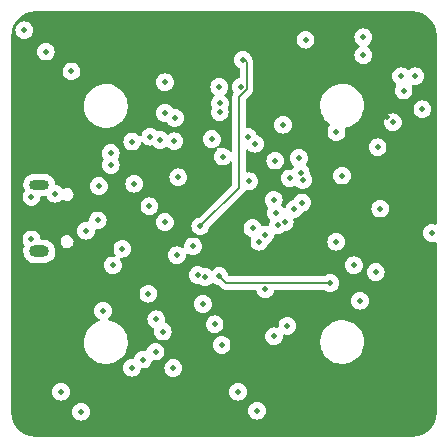
<source format=gbr>
%TF.GenerationSoftware,KiCad,Pcbnew,7.0.6-7.0.6~ubuntu22.04.1*%
%TF.CreationDate,2023-07-18T23:37:18-07:00*%
%TF.ProjectId,NHz_F4_FC,4e487a5f-4634-45f4-9643-2e6b69636164,rev?*%
%TF.SameCoordinates,Original*%
%TF.FileFunction,Copper,L2,Inr*%
%TF.FilePolarity,Positive*%
%FSLAX46Y46*%
G04 Gerber Fmt 4.6, Leading zero omitted, Abs format (unit mm)*
G04 Created by KiCad (PCBNEW 7.0.6-7.0.6~ubuntu22.04.1) date 2023-07-18 23:37:18*
%MOMM*%
%LPD*%
G01*
G04 APERTURE LIST*
%TA.AperFunction,ComponentPad*%
%ADD10O,1.700000X1.000000*%
%TD*%
%TA.AperFunction,ComponentPad*%
%ADD11O,1.700000X0.850000*%
%TD*%
%TA.AperFunction,ViaPad*%
%ADD12C,0.500000*%
%TD*%
%TA.AperFunction,Conductor*%
%ADD13C,0.127000*%
%TD*%
G04 APERTURE END LIST*
D10*
%TO.N,GND*%
%TO.C,J1*%
X114360000Y-52325000D03*
D11*
X114360000Y-46675000D03*
%TD*%
D12*
%TO.N,/RX3*%
X132022700Y-42616400D03*
X131442600Y-38400400D03*
%TO.N,/CUR*%
X131600000Y-36100000D03*
X128000000Y-50200000D03*
%TO.N,/M1*%
X129603200Y-38404300D03*
X129624400Y-40551100D03*
%TO.N,+BATT*%
X139521200Y-42212500D03*
%TO.N,GND*%
X114900000Y-35400000D03*
X135000000Y-41600000D03*
X139500000Y-51500000D03*
X141500000Y-56500000D03*
X136620100Y-48181800D03*
X128400000Y-54500000D03*
X124600000Y-42900000D03*
X133500000Y-55500000D03*
X129200000Y-58500000D03*
X144300000Y-41400000D03*
X129649700Y-39790800D03*
X141800000Y-34200000D03*
X116200000Y-64200000D03*
X125000000Y-38000000D03*
X124200000Y-60800000D03*
X113100000Y-33600000D03*
X146200000Y-37500000D03*
X120600000Y-53500000D03*
X132800000Y-65800000D03*
X125700000Y-62200000D03*
X143000000Y-43500000D03*
X113700000Y-51300000D03*
X141000000Y-53500000D03*
X125000000Y-38000000D03*
X123600000Y-55900000D03*
X119300000Y-49700000D03*
X136900000Y-34400000D03*
X125000000Y-40600000D03*
X143229000Y-48693400D03*
X113700000Y-47700000D03*
X145000000Y-37500000D03*
X141800000Y-35700000D03*
X121400000Y-52100000D03*
X136334300Y-44415900D03*
X131200000Y-64200000D03*
X147620300Y-50764600D03*
X119400000Y-46800000D03*
X117900000Y-65900000D03*
X133000000Y-51500000D03*
%TO.N,+3.3V*%
X145200000Y-38700000D03*
X146800000Y-40300000D03*
X122230100Y-43019400D03*
X139997300Y-45899700D03*
X123684600Y-48495600D03*
X123760400Y-42603200D03*
X126007000Y-52648600D03*
%TO.N,Net-(U1-BOOT0)*%
X124815400Y-59105400D03*
X127775700Y-54330600D03*
%TO.N,/STM32F405RGTx/PA7_MOSI1*%
X136500700Y-45665600D03*
%TO.N,/STM32F405RGTx/PA6_MISO1*%
X136679700Y-46270800D03*
%TO.N,/STM32F405RGTx/PA5_SCK1*%
X135560800Y-46128400D03*
%TO.N,VBUS*%
X118300000Y-50567500D03*
%TO.N,Net-(J1-D-)*%
X120402000Y-44000000D03*
%TO.N,Net-(J1-D+)*%
X120402000Y-45000000D03*
%TO.N,/STM32F405RGTx/PA4_NSS1*%
X134198600Y-47973400D03*
%TO.N,/STM32F405RGTx/PA3_RX2*%
X129790500Y-60230000D03*
X134404900Y-49088000D03*
%TO.N,/STM32F405RGTx/PA2_TX2*%
X134551500Y-50117800D03*
X134238400Y-59519500D03*
%TO.N,/STM32F405RGTx/PA1_RX4*%
X119751600Y-57350000D03*
X127376000Y-51901000D03*
%TO.N,/STM32F405RGTx/PA0_TX4*%
X133499998Y-50900000D03*
X122186800Y-62167900D03*
%TO.N,/STM32F405RGTx/PB10_TX3*%
X132608300Y-43197600D03*
X117085900Y-37084900D03*
%TO.N,/STM32F405RGTx/PC7_RX6*%
X126127900Y-46042600D03*
X123122700Y-61480200D03*
%TO.N,+5V*%
X143300000Y-65800000D03*
X113200000Y-55200000D03*
X141700000Y-64200000D03*
X116500000Y-56500000D03*
X140000000Y-43500000D03*
X114900000Y-44400000D03*
X134400000Y-60800000D03*
X143800000Y-40900000D03*
X135900000Y-62300000D03*
X138500000Y-54000000D03*
X113200000Y-42700000D03*
X128300000Y-65800000D03*
X126700000Y-64200000D03*
X144000000Y-56500000D03*
X114900000Y-56900000D03*
%TO.N,/SDA1*%
X128211900Y-56770700D03*
X139000000Y-55000000D03*
X129598900Y-54409900D03*
%TO.N,/LIS3DH_INT_PIN*%
X134341600Y-44631000D03*
X142850100Y-54080400D03*
%TO.N,/MMA8451_INT_PIN*%
X124262900Y-58077100D03*
X115710000Y-47437100D03*
%TO.N,/STM32F405RGTx/RST*%
X132412800Y-50336700D03*
%TO.N,/MOSI2*%
X125837200Y-41022400D03*
X125800000Y-43000000D03*
%TO.N,/Stat_LED*%
X135143500Y-49826600D03*
X135369200Y-58625500D03*
%TO.N,/STM32F405RGTx/PA14_SWCLK*%
X124990400Y-49848500D03*
%TO.N,/STM32F405RGTx/PA13_SWDIO*%
X122398900Y-46594200D03*
%TO.N,/MOSI3*%
X135966300Y-48722100D03*
%TO.N,/MISO3*%
X132125800Y-46381100D03*
%TO.N,/SCK3*%
X129876700Y-44292600D03*
%TO.N,/SS3*%
X128969600Y-42818900D03*
%TD*%
D13*
%TO.N,/CUR*%
X131906100Y-38593900D02*
X131906100Y-36306100D01*
X131272700Y-39227300D02*
X131906100Y-38593900D01*
X131906100Y-36306100D02*
X131600000Y-36000000D01*
X131272700Y-46927300D02*
X131272700Y-39227300D01*
X128000000Y-50200000D02*
X131272700Y-46927300D01*
X131600000Y-36000000D02*
X131600000Y-36100000D01*
%TO.N,/SDA1*%
X130189000Y-55000000D02*
X129598900Y-54409900D01*
X139000000Y-55000000D02*
X130189000Y-55000000D01*
%TD*%
%TA.AperFunction,Conductor*%
%TO.N,+5V*%
G36*
X146002019Y-32000633D02*
G01*
X146037198Y-32002938D01*
X146083708Y-32005986D01*
X146265459Y-32018985D01*
X146273100Y-32020015D01*
X146366738Y-32038641D01*
X146389420Y-32043153D01*
X146415023Y-32048722D01*
X146533666Y-32074531D01*
X146540383Y-32076395D01*
X146659437Y-32116809D01*
X146756671Y-32153076D01*
X146791741Y-32166157D01*
X146797499Y-32168643D01*
X146912952Y-32225578D01*
X147034906Y-32292170D01*
X147039633Y-32295031D01*
X147096571Y-32333076D01*
X147146649Y-32366537D01*
X147149358Y-32368454D01*
X147258652Y-32450271D01*
X147262345Y-32453265D01*
X147359502Y-32538469D01*
X147362448Y-32541228D01*
X147458769Y-32637549D01*
X147461526Y-32640492D01*
X147546729Y-32737648D01*
X147549732Y-32741353D01*
X147601564Y-32810592D01*
X147631543Y-32850639D01*
X147633461Y-32853349D01*
X147704962Y-32960357D01*
X147707828Y-32965091D01*
X147774421Y-33087047D01*
X147831355Y-33202499D01*
X147833841Y-33208257D01*
X147857730Y-33272302D01*
X147883201Y-33340592D01*
X147923597Y-33459596D01*
X147925472Y-33466352D01*
X147956846Y-33610579D01*
X147979980Y-33726880D01*
X147981015Y-33734560D01*
X147994017Y-33916351D01*
X147999366Y-33997967D01*
X147999499Y-34002023D01*
X147999499Y-49927405D01*
X147979814Y-49994444D01*
X147927010Y-50040199D01*
X147857852Y-50050143D01*
X147834546Y-50044447D01*
X147788359Y-50028286D01*
X147620303Y-50009351D01*
X147620297Y-50009351D01*
X147452243Y-50028285D01*
X147292605Y-50084145D01*
X147292602Y-50084147D01*
X147149415Y-50174118D01*
X147149409Y-50174123D01*
X147029823Y-50293709D01*
X147029818Y-50293715D01*
X146939847Y-50436902D01*
X146939845Y-50436905D01*
X146883985Y-50596543D01*
X146865051Y-50764597D01*
X146865051Y-50764602D01*
X146883985Y-50932656D01*
X146939845Y-51092294D01*
X146939847Y-51092297D01*
X147029818Y-51235484D01*
X147029823Y-51235490D01*
X147149409Y-51355076D01*
X147149415Y-51355081D01*
X147292602Y-51445052D01*
X147292605Y-51445054D01*
X147292609Y-51445055D01*
X147292610Y-51445056D01*
X147294465Y-51445705D01*
X147452243Y-51500914D01*
X147620297Y-51519849D01*
X147620300Y-51519849D01*
X147620303Y-51519849D01*
X147788359Y-51500913D01*
X147788361Y-51500913D01*
X147834544Y-51484753D01*
X147904323Y-51481191D01*
X147964950Y-51515919D01*
X147997178Y-51577913D01*
X147999499Y-51601794D01*
X147999499Y-65997977D01*
X147999366Y-66002034D01*
X147994013Y-66083697D01*
X147981016Y-66265430D01*
X147979981Y-66273110D01*
X147956835Y-66389472D01*
X147925473Y-66533638D01*
X147923598Y-66540393D01*
X147883181Y-66659459D01*
X147833846Y-66791731D01*
X147831360Y-66797489D01*
X147774409Y-66912975D01*
X147707834Y-67034896D01*
X147704968Y-67039629D01*
X147633447Y-67146669D01*
X147631529Y-67149380D01*
X147549754Y-67258619D01*
X147546733Y-67262345D01*
X147461514Y-67359518D01*
X147458740Y-67362480D01*
X147362478Y-67458741D01*
X147359516Y-67461516D01*
X147262344Y-67546732D01*
X147258619Y-67549752D01*
X147149371Y-67631535D01*
X147146660Y-67633453D01*
X147039633Y-67704966D01*
X147034899Y-67707833D01*
X146912974Y-67774409D01*
X146797488Y-67831360D01*
X146791730Y-67833846D01*
X146659458Y-67883181D01*
X146540392Y-67923598D01*
X146533637Y-67925473D01*
X146389471Y-67956835D01*
X146273109Y-67979981D01*
X146265429Y-67981016D01*
X146083815Y-67994005D01*
X146029102Y-67997591D01*
X146002009Y-67999367D01*
X145997959Y-67999500D01*
X114002025Y-67999500D01*
X113997975Y-67999367D01*
X113974785Y-67997847D01*
X113916402Y-67994020D01*
X113734554Y-67981014D01*
X113726874Y-67979979D01*
X113610635Y-67956858D01*
X113466344Y-67925469D01*
X113459589Y-67923594D01*
X113385360Y-67898397D01*
X113340608Y-67883205D01*
X113309229Y-67871502D01*
X113208249Y-67833837D01*
X113202491Y-67831351D01*
X113087060Y-67774427D01*
X112965093Y-67707828D01*
X112960359Y-67704962D01*
X112853350Y-67633462D01*
X112850652Y-67631552D01*
X112741343Y-67549724D01*
X112737646Y-67546727D01*
X112640501Y-67461533D01*
X112637557Y-67458776D01*
X112541234Y-67362453D01*
X112538460Y-67359491D01*
X112453292Y-67262376D01*
X112450271Y-67258650D01*
X112368435Y-67149330D01*
X112366517Y-67146620D01*
X112295036Y-67039641D01*
X112292177Y-67034917D01*
X112225567Y-66912930D01*
X112168647Y-66797508D01*
X112166161Y-66791750D01*
X112162324Y-66781464D01*
X112116795Y-66659397D01*
X112076399Y-66540393D01*
X112074534Y-66533675D01*
X112043148Y-66389399D01*
X112020015Y-66273101D01*
X112018988Y-66265476D01*
X112005973Y-66083515D01*
X112000632Y-66002022D01*
X112000501Y-65998009D01*
X112000501Y-65900002D01*
X117144751Y-65900002D01*
X117163685Y-66068056D01*
X117219545Y-66227694D01*
X117219547Y-66227697D01*
X117309518Y-66370884D01*
X117309523Y-66370890D01*
X117429109Y-66490476D01*
X117429115Y-66490481D01*
X117572302Y-66580452D01*
X117572305Y-66580454D01*
X117572309Y-66580455D01*
X117572310Y-66580456D01*
X117644913Y-66605860D01*
X117731943Y-66636314D01*
X117899997Y-66655249D01*
X117900000Y-66655249D01*
X117900003Y-66655249D01*
X118068056Y-66636314D01*
X118068059Y-66636313D01*
X118227690Y-66580456D01*
X118227692Y-66580454D01*
X118227694Y-66580454D01*
X118227697Y-66580452D01*
X118370884Y-66490481D01*
X118370885Y-66490480D01*
X118370890Y-66490477D01*
X118490477Y-66370890D01*
X118551917Y-66273110D01*
X118580452Y-66227697D01*
X118580454Y-66227694D01*
X118580454Y-66227692D01*
X118580456Y-66227690D01*
X118636313Y-66068059D01*
X118636313Y-66068058D01*
X118636314Y-66068056D01*
X118655249Y-65900002D01*
X118655249Y-65899997D01*
X118643982Y-65800002D01*
X132044751Y-65800002D01*
X132063685Y-65968056D01*
X132119545Y-66127694D01*
X132119547Y-66127697D01*
X132209518Y-66270884D01*
X132209523Y-66270890D01*
X132329109Y-66390476D01*
X132329115Y-66390481D01*
X132472302Y-66480452D01*
X132472305Y-66480454D01*
X132472309Y-66480455D01*
X132472310Y-66480456D01*
X132500946Y-66490476D01*
X132631943Y-66536314D01*
X132799997Y-66555249D01*
X132800000Y-66555249D01*
X132800003Y-66555249D01*
X132968056Y-66536314D01*
X132975704Y-66533638D01*
X133127690Y-66480456D01*
X133127692Y-66480454D01*
X133127694Y-66480454D01*
X133127697Y-66480452D01*
X133270884Y-66390481D01*
X133270885Y-66390480D01*
X133270890Y-66390477D01*
X133390477Y-66270890D01*
X133480452Y-66127697D01*
X133480454Y-66127694D01*
X133480454Y-66127692D01*
X133480456Y-66127690D01*
X133536313Y-65968059D01*
X133536313Y-65968058D01*
X133536314Y-65968056D01*
X133555249Y-65800002D01*
X133555249Y-65799997D01*
X133536314Y-65631943D01*
X133480454Y-65472305D01*
X133480452Y-65472302D01*
X133390481Y-65329115D01*
X133390476Y-65329109D01*
X133270890Y-65209523D01*
X133270884Y-65209518D01*
X133127697Y-65119547D01*
X133127694Y-65119545D01*
X132968056Y-65063685D01*
X132800003Y-65044751D01*
X132799997Y-65044751D01*
X132631943Y-65063685D01*
X132472305Y-65119545D01*
X132472302Y-65119547D01*
X132329115Y-65209518D01*
X132329109Y-65209523D01*
X132209523Y-65329109D01*
X132209518Y-65329115D01*
X132119547Y-65472302D01*
X132119545Y-65472305D01*
X132063685Y-65631943D01*
X132044751Y-65799997D01*
X132044751Y-65800002D01*
X118643982Y-65800002D01*
X118636314Y-65731943D01*
X118580454Y-65572305D01*
X118580452Y-65572302D01*
X118490481Y-65429115D01*
X118490476Y-65429109D01*
X118370890Y-65309523D01*
X118370884Y-65309518D01*
X118227697Y-65219547D01*
X118227694Y-65219545D01*
X118068056Y-65163685D01*
X117900003Y-65144751D01*
X117899997Y-65144751D01*
X117731943Y-65163685D01*
X117572305Y-65219545D01*
X117572302Y-65219547D01*
X117429115Y-65309518D01*
X117429109Y-65309523D01*
X117309523Y-65429109D01*
X117309518Y-65429115D01*
X117219547Y-65572302D01*
X117219545Y-65572305D01*
X117163685Y-65731943D01*
X117144751Y-65899997D01*
X117144751Y-65900002D01*
X112000501Y-65900002D01*
X112000501Y-64200002D01*
X115444751Y-64200002D01*
X115463685Y-64368056D01*
X115519545Y-64527694D01*
X115519547Y-64527697D01*
X115609518Y-64670884D01*
X115609523Y-64670890D01*
X115729109Y-64790476D01*
X115729115Y-64790481D01*
X115872302Y-64880452D01*
X115872305Y-64880454D01*
X115872309Y-64880455D01*
X115872310Y-64880456D01*
X115944913Y-64905860D01*
X116031943Y-64936314D01*
X116199997Y-64955249D01*
X116200000Y-64955249D01*
X116200003Y-64955249D01*
X116368056Y-64936314D01*
X116368059Y-64936313D01*
X116527690Y-64880456D01*
X116527692Y-64880454D01*
X116527694Y-64880454D01*
X116527697Y-64880452D01*
X116670884Y-64790481D01*
X116670885Y-64790480D01*
X116670890Y-64790477D01*
X116790477Y-64670890D01*
X116880452Y-64527697D01*
X116880454Y-64527694D01*
X116880454Y-64527692D01*
X116880456Y-64527690D01*
X116936313Y-64368059D01*
X116936313Y-64368058D01*
X116936314Y-64368056D01*
X116955249Y-64200002D01*
X130444751Y-64200002D01*
X130463685Y-64368056D01*
X130519545Y-64527694D01*
X130519547Y-64527697D01*
X130609518Y-64670884D01*
X130609523Y-64670890D01*
X130729109Y-64790476D01*
X130729115Y-64790481D01*
X130872302Y-64880452D01*
X130872305Y-64880454D01*
X130872309Y-64880455D01*
X130872310Y-64880456D01*
X130944913Y-64905860D01*
X131031943Y-64936314D01*
X131199997Y-64955249D01*
X131200000Y-64955249D01*
X131200003Y-64955249D01*
X131368056Y-64936314D01*
X131368059Y-64936313D01*
X131527690Y-64880456D01*
X131527692Y-64880454D01*
X131527694Y-64880454D01*
X131527697Y-64880452D01*
X131670884Y-64790481D01*
X131670885Y-64790480D01*
X131670890Y-64790477D01*
X131790477Y-64670890D01*
X131880452Y-64527697D01*
X131880454Y-64527694D01*
X131880454Y-64527692D01*
X131880456Y-64527690D01*
X131936313Y-64368059D01*
X131936313Y-64368058D01*
X131936314Y-64368056D01*
X131955249Y-64200002D01*
X131955249Y-64199997D01*
X131936314Y-64031943D01*
X131880454Y-63872305D01*
X131880452Y-63872302D01*
X131790481Y-63729115D01*
X131790476Y-63729109D01*
X131670890Y-63609523D01*
X131670884Y-63609518D01*
X131527697Y-63519547D01*
X131527694Y-63519545D01*
X131368056Y-63463685D01*
X131200003Y-63444751D01*
X131199997Y-63444751D01*
X131031943Y-63463685D01*
X130872305Y-63519545D01*
X130872302Y-63519547D01*
X130729115Y-63609518D01*
X130729109Y-63609523D01*
X130609523Y-63729109D01*
X130609518Y-63729115D01*
X130519547Y-63872302D01*
X130519545Y-63872305D01*
X130463685Y-64031943D01*
X130444751Y-64199997D01*
X130444751Y-64200002D01*
X116955249Y-64200002D01*
X116955249Y-64199997D01*
X116936314Y-64031943D01*
X116880454Y-63872305D01*
X116880452Y-63872302D01*
X116790481Y-63729115D01*
X116790476Y-63729109D01*
X116670890Y-63609523D01*
X116670884Y-63609518D01*
X116527697Y-63519547D01*
X116527694Y-63519545D01*
X116368056Y-63463685D01*
X116200003Y-63444751D01*
X116199997Y-63444751D01*
X116031943Y-63463685D01*
X115872305Y-63519545D01*
X115872302Y-63519547D01*
X115729115Y-63609518D01*
X115729109Y-63609523D01*
X115609523Y-63729109D01*
X115609518Y-63729115D01*
X115519547Y-63872302D01*
X115519545Y-63872305D01*
X115463685Y-64031943D01*
X115444751Y-64199997D01*
X115444751Y-64200002D01*
X112000501Y-64200002D01*
X112000501Y-62167902D01*
X121431551Y-62167902D01*
X121450485Y-62335956D01*
X121506345Y-62495594D01*
X121506347Y-62495597D01*
X121596318Y-62638784D01*
X121596323Y-62638790D01*
X121715909Y-62758376D01*
X121715915Y-62758381D01*
X121859102Y-62848352D01*
X121859105Y-62848354D01*
X121859109Y-62848355D01*
X121859110Y-62848356D01*
X121931713Y-62873760D01*
X122018743Y-62904214D01*
X122186797Y-62923149D01*
X122186800Y-62923149D01*
X122186803Y-62923149D01*
X122354856Y-62904214D01*
X122354859Y-62904213D01*
X122514490Y-62848356D01*
X122514492Y-62848354D01*
X122514494Y-62848354D01*
X122514497Y-62848352D01*
X122657684Y-62758381D01*
X122657685Y-62758380D01*
X122657690Y-62758377D01*
X122777277Y-62638790D01*
X122867254Y-62495594D01*
X122867255Y-62495591D01*
X122867256Y-62495590D01*
X122923113Y-62335959D01*
X122923113Y-62335957D01*
X122923114Y-62335955D01*
X122924663Y-62329170D01*
X122926350Y-62329555D01*
X122949966Y-62273326D01*
X123007554Y-62233760D01*
X123060016Y-62228386D01*
X123107710Y-62233760D01*
X123122699Y-62235449D01*
X123122700Y-62235449D01*
X123122703Y-62235449D01*
X123290756Y-62216514D01*
X123308143Y-62210430D01*
X123337945Y-62200002D01*
X124944751Y-62200002D01*
X124963685Y-62368056D01*
X125019545Y-62527694D01*
X125019547Y-62527697D01*
X125109518Y-62670884D01*
X125109523Y-62670890D01*
X125229109Y-62790476D01*
X125229115Y-62790481D01*
X125372302Y-62880452D01*
X125372305Y-62880454D01*
X125372309Y-62880455D01*
X125372310Y-62880456D01*
X125440204Y-62904213D01*
X125531943Y-62936314D01*
X125699997Y-62955249D01*
X125700000Y-62955249D01*
X125700003Y-62955249D01*
X125868056Y-62936314D01*
X125868059Y-62936313D01*
X126027690Y-62880456D01*
X126027692Y-62880454D01*
X126027694Y-62880454D01*
X126027697Y-62880452D01*
X126170884Y-62790481D01*
X126170885Y-62790480D01*
X126170890Y-62790477D01*
X126290477Y-62670890D01*
X126380452Y-62527697D01*
X126380454Y-62527694D01*
X126380454Y-62527692D01*
X126380456Y-62527690D01*
X126436313Y-62368059D01*
X126436313Y-62368058D01*
X126436314Y-62368056D01*
X126455249Y-62200002D01*
X126455249Y-62199997D01*
X126436314Y-62031943D01*
X126380454Y-61872305D01*
X126380452Y-61872302D01*
X126290481Y-61729115D01*
X126290476Y-61729109D01*
X126170890Y-61609523D01*
X126170884Y-61609518D01*
X126027697Y-61519547D01*
X126027694Y-61519545D01*
X125868056Y-61463685D01*
X125700003Y-61444751D01*
X125699997Y-61444751D01*
X125531943Y-61463685D01*
X125372305Y-61519545D01*
X125372302Y-61519547D01*
X125229115Y-61609518D01*
X125229109Y-61609523D01*
X125109523Y-61729109D01*
X125109518Y-61729115D01*
X125019547Y-61872302D01*
X125019545Y-61872305D01*
X124963685Y-62031943D01*
X124944751Y-62199997D01*
X124944751Y-62200002D01*
X123337945Y-62200002D01*
X123450390Y-62160656D01*
X123450392Y-62160654D01*
X123450394Y-62160654D01*
X123450397Y-62160652D01*
X123593584Y-62070681D01*
X123593585Y-62070680D01*
X123593590Y-62070677D01*
X123713177Y-61951090D01*
X123762683Y-61872302D01*
X123803152Y-61807897D01*
X123803154Y-61807894D01*
X123803154Y-61807892D01*
X123803156Y-61807890D01*
X123859013Y-61648259D01*
X123860297Y-61636857D01*
X123887363Y-61572444D01*
X123944957Y-61532888D01*
X124014794Y-61530749D01*
X124024458Y-61533694D01*
X124031941Y-61536313D01*
X124031942Y-61536313D01*
X124031945Y-61536314D01*
X124199997Y-61555249D01*
X124200000Y-61555249D01*
X124200003Y-61555249D01*
X124368056Y-61536314D01*
X124368059Y-61536313D01*
X124527690Y-61480456D01*
X124527692Y-61480454D01*
X124527694Y-61480454D01*
X124527697Y-61480452D01*
X124670884Y-61390481D01*
X124670885Y-61390480D01*
X124670890Y-61390477D01*
X124790477Y-61270890D01*
X124843258Y-61186890D01*
X124880452Y-61127697D01*
X124880454Y-61127694D01*
X124880454Y-61127692D01*
X124880456Y-61127690D01*
X124936313Y-60968059D01*
X124936313Y-60968058D01*
X124936314Y-60968056D01*
X124955249Y-60800002D01*
X124955249Y-60799997D01*
X124936314Y-60631943D01*
X124880454Y-60472305D01*
X124880452Y-60472302D01*
X124790481Y-60329115D01*
X124790476Y-60329109D01*
X124691369Y-60230002D01*
X129035251Y-60230002D01*
X129054185Y-60398056D01*
X129110045Y-60557694D01*
X129110047Y-60557697D01*
X129200018Y-60700884D01*
X129200023Y-60700890D01*
X129319609Y-60820476D01*
X129319615Y-60820481D01*
X129462802Y-60910452D01*
X129462805Y-60910454D01*
X129462809Y-60910455D01*
X129462810Y-60910456D01*
X129535413Y-60935860D01*
X129622443Y-60966314D01*
X129790497Y-60985249D01*
X129790500Y-60985249D01*
X129790503Y-60985249D01*
X129958556Y-60966314D01*
X129958559Y-60966313D01*
X130118190Y-60910456D01*
X130118192Y-60910454D01*
X130118194Y-60910454D01*
X130118197Y-60910452D01*
X130261384Y-60820481D01*
X130261385Y-60820480D01*
X130261390Y-60820477D01*
X130380977Y-60700890D01*
X130380981Y-60700884D01*
X130470952Y-60557697D01*
X130470954Y-60557694D01*
X130470954Y-60557692D01*
X130470956Y-60557690D01*
X130526813Y-60398059D01*
X130526813Y-60398058D01*
X130526814Y-60398056D01*
X130545749Y-60230002D01*
X130545749Y-60229997D01*
X130526814Y-60061943D01*
X130470954Y-59902305D01*
X130470952Y-59902302D01*
X130380981Y-59759115D01*
X130380976Y-59759109D01*
X130261390Y-59639523D01*
X130261384Y-59639518D01*
X130118197Y-59549547D01*
X130118194Y-59549545D01*
X130032336Y-59519502D01*
X133483151Y-59519502D01*
X133502085Y-59687556D01*
X133557945Y-59847194D01*
X133557947Y-59847197D01*
X133647918Y-59990384D01*
X133647923Y-59990390D01*
X133767509Y-60109976D01*
X133767515Y-60109981D01*
X133910702Y-60199952D01*
X133910705Y-60199954D01*
X133910709Y-60199955D01*
X133910710Y-60199956D01*
X133983313Y-60225360D01*
X134070343Y-60255814D01*
X134238397Y-60274749D01*
X134238400Y-60274749D01*
X134238403Y-60274749D01*
X134406456Y-60255814D01*
X134406459Y-60255813D01*
X134566090Y-60199956D01*
X134566092Y-60199954D01*
X134566094Y-60199954D01*
X134566097Y-60199952D01*
X134709284Y-60109981D01*
X134709285Y-60109980D01*
X134709290Y-60109977D01*
X134751504Y-60067763D01*
X138145787Y-60067763D01*
X138175413Y-60337013D01*
X138175415Y-60337024D01*
X138233105Y-60557690D01*
X138243928Y-60599088D01*
X138349870Y-60848390D01*
X138490979Y-61079605D01*
X138490986Y-61079615D01*
X138664253Y-61287819D01*
X138664259Y-61287824D01*
X138761322Y-61374792D01*
X138865998Y-61468582D01*
X139091910Y-61618044D01*
X139337176Y-61733020D01*
X139337183Y-61733022D01*
X139337185Y-61733023D01*
X139596557Y-61811057D01*
X139596564Y-61811058D01*
X139596569Y-61811060D01*
X139864561Y-61850500D01*
X139864566Y-61850500D01*
X140067636Y-61850500D01*
X140119133Y-61846730D01*
X140270156Y-61835677D01*
X140382758Y-61810593D01*
X140534546Y-61776782D01*
X140534548Y-61776781D01*
X140534553Y-61776780D01*
X140787558Y-61680014D01*
X141023777Y-61547441D01*
X141238177Y-61381888D01*
X141426186Y-61186881D01*
X141583799Y-60966579D01*
X141670546Y-60797855D01*
X141707649Y-60725690D01*
X141707651Y-60725684D01*
X141707656Y-60725675D01*
X141795118Y-60469305D01*
X141844319Y-60202933D01*
X141854212Y-59932235D01*
X141824586Y-59662982D01*
X141756072Y-59400912D01*
X141650130Y-59151610D01*
X141509018Y-58920390D01*
X141441324Y-58839047D01*
X141335746Y-58712180D01*
X141335740Y-58712175D01*
X141134002Y-58531418D01*
X140908092Y-58381957D01*
X140862772Y-58360712D01*
X140662824Y-58266980D01*
X140662819Y-58266978D01*
X140662814Y-58266976D01*
X140403442Y-58188942D01*
X140403428Y-58188939D01*
X140287791Y-58171921D01*
X140135439Y-58149500D01*
X139932369Y-58149500D01*
X139932364Y-58149500D01*
X139729844Y-58164323D01*
X139729831Y-58164325D01*
X139465453Y-58223217D01*
X139465446Y-58223220D01*
X139212439Y-58319987D01*
X138976226Y-58452557D01*
X138761822Y-58618112D01*
X138573822Y-58813109D01*
X138573816Y-58813116D01*
X138416202Y-59033419D01*
X138416199Y-59033424D01*
X138292350Y-59274309D01*
X138292343Y-59274327D01*
X138204884Y-59530685D01*
X138204881Y-59530699D01*
X138184781Y-59639523D01*
X138157753Y-59785852D01*
X138155681Y-59797068D01*
X138155680Y-59797075D01*
X138145787Y-60067763D01*
X134751504Y-60067763D01*
X134828877Y-59990390D01*
X134828881Y-59990384D01*
X134918852Y-59847197D01*
X134918854Y-59847194D01*
X134918854Y-59847192D01*
X134918856Y-59847190D01*
X134974713Y-59687559D01*
X134974713Y-59687558D01*
X134974714Y-59687556D01*
X134993649Y-59519502D01*
X134993649Y-59519497D01*
X134988732Y-59475861D01*
X135000786Y-59407039D01*
X135048135Y-59355660D01*
X135115745Y-59338035D01*
X135152907Y-59344936D01*
X135201139Y-59361813D01*
X135369197Y-59380749D01*
X135369200Y-59380749D01*
X135369203Y-59380749D01*
X135537256Y-59361814D01*
X135554843Y-59355660D01*
X135696890Y-59305956D01*
X135696892Y-59305954D01*
X135696894Y-59305954D01*
X135696897Y-59305952D01*
X135840084Y-59215981D01*
X135840085Y-59215980D01*
X135840090Y-59215977D01*
X135959677Y-59096390D01*
X135963390Y-59090481D01*
X136049652Y-58953197D01*
X136049654Y-58953194D01*
X136049654Y-58953192D01*
X136049656Y-58953190D01*
X136105513Y-58793559D01*
X136105513Y-58793558D01*
X136105514Y-58793556D01*
X136124449Y-58625502D01*
X136124449Y-58625497D01*
X136105514Y-58457443D01*
X136071666Y-58360712D01*
X136049656Y-58297810D01*
X136049655Y-58297809D01*
X136049654Y-58297805D01*
X136049652Y-58297802D01*
X135959681Y-58154615D01*
X135959676Y-58154609D01*
X135840090Y-58035023D01*
X135840084Y-58035018D01*
X135696897Y-57945047D01*
X135696894Y-57945045D01*
X135537256Y-57889185D01*
X135369203Y-57870251D01*
X135369197Y-57870251D01*
X135201143Y-57889185D01*
X135041505Y-57945045D01*
X135041502Y-57945047D01*
X134898315Y-58035018D01*
X134898309Y-58035023D01*
X134778723Y-58154609D01*
X134778718Y-58154615D01*
X134688747Y-58297802D01*
X134688745Y-58297805D01*
X134632885Y-58457443D01*
X134613951Y-58625497D01*
X134613951Y-58625505D01*
X134618867Y-58669140D01*
X134606812Y-58737961D01*
X134559462Y-58789340D01*
X134491852Y-58806964D01*
X134454693Y-58800064D01*
X134406457Y-58783186D01*
X134238403Y-58764251D01*
X134238397Y-58764251D01*
X134070343Y-58783185D01*
X133910705Y-58839045D01*
X133910702Y-58839047D01*
X133767515Y-58929018D01*
X133767509Y-58929023D01*
X133647923Y-59048609D01*
X133647918Y-59048615D01*
X133557947Y-59191802D01*
X133557945Y-59191805D01*
X133502085Y-59351443D01*
X133483151Y-59519497D01*
X133483151Y-59519502D01*
X130032336Y-59519502D01*
X129958556Y-59493685D01*
X129790503Y-59474751D01*
X129790497Y-59474751D01*
X129622443Y-59493685D01*
X129462805Y-59549545D01*
X129462802Y-59549547D01*
X129319615Y-59639518D01*
X129319609Y-59639523D01*
X129200023Y-59759109D01*
X129200018Y-59759115D01*
X129110047Y-59902302D01*
X129110045Y-59902305D01*
X129054185Y-60061943D01*
X129035251Y-60229997D01*
X129035251Y-60230002D01*
X124691369Y-60230002D01*
X124670890Y-60209523D01*
X124670884Y-60209518D01*
X124527697Y-60119547D01*
X124527694Y-60119545D01*
X124368056Y-60063685D01*
X124200003Y-60044751D01*
X124199997Y-60044751D01*
X124031943Y-60063685D01*
X123872305Y-60119545D01*
X123872302Y-60119547D01*
X123729115Y-60209518D01*
X123729109Y-60209523D01*
X123609523Y-60329109D01*
X123609518Y-60329115D01*
X123519547Y-60472302D01*
X123519544Y-60472307D01*
X123463685Y-60631945D01*
X123462401Y-60643346D01*
X123435331Y-60707759D01*
X123377735Y-60747312D01*
X123307898Y-60749447D01*
X123298225Y-60746499D01*
X123290758Y-60743886D01*
X123122703Y-60724951D01*
X123122697Y-60724951D01*
X122954643Y-60743885D01*
X122795005Y-60799745D01*
X122795002Y-60799747D01*
X122651815Y-60889718D01*
X122651809Y-60889723D01*
X122532223Y-61009309D01*
X122532218Y-61009315D01*
X122442247Y-61152502D01*
X122442245Y-61152505D01*
X122386384Y-61312146D01*
X122384837Y-61318929D01*
X122383153Y-61318544D01*
X122359518Y-61374792D01*
X122301922Y-61414346D01*
X122249482Y-61419713D01*
X122186804Y-61412651D01*
X122186797Y-61412651D01*
X122018743Y-61431585D01*
X121859105Y-61487445D01*
X121859102Y-61487447D01*
X121715915Y-61577418D01*
X121715909Y-61577423D01*
X121596323Y-61697009D01*
X121596318Y-61697015D01*
X121506347Y-61840202D01*
X121506345Y-61840205D01*
X121450485Y-61999843D01*
X121431551Y-62167897D01*
X121431551Y-62167902D01*
X112000501Y-62167902D01*
X112000501Y-60067763D01*
X118145787Y-60067763D01*
X118175413Y-60337013D01*
X118175415Y-60337024D01*
X118233105Y-60557690D01*
X118243928Y-60599088D01*
X118349870Y-60848390D01*
X118490979Y-61079605D01*
X118490986Y-61079615D01*
X118664253Y-61287819D01*
X118664259Y-61287824D01*
X118761322Y-61374792D01*
X118865998Y-61468582D01*
X119091910Y-61618044D01*
X119337176Y-61733020D01*
X119337183Y-61733022D01*
X119337185Y-61733023D01*
X119596557Y-61811057D01*
X119596564Y-61811058D01*
X119596569Y-61811060D01*
X119864561Y-61850500D01*
X119864566Y-61850500D01*
X120067636Y-61850500D01*
X120119133Y-61846730D01*
X120270156Y-61835677D01*
X120382758Y-61810593D01*
X120534546Y-61776782D01*
X120534548Y-61776781D01*
X120534553Y-61776780D01*
X120787558Y-61680014D01*
X121023777Y-61547441D01*
X121238177Y-61381888D01*
X121426186Y-61186881D01*
X121583799Y-60966579D01*
X121670546Y-60797855D01*
X121707649Y-60725690D01*
X121707651Y-60725684D01*
X121707656Y-60725675D01*
X121795118Y-60469305D01*
X121844319Y-60202933D01*
X121854212Y-59932235D01*
X121824586Y-59662982D01*
X121756072Y-59400912D01*
X121650130Y-59151610D01*
X121509018Y-58920390D01*
X121441324Y-58839047D01*
X121335746Y-58712180D01*
X121335740Y-58712175D01*
X121134002Y-58531418D01*
X120908092Y-58381957D01*
X120862772Y-58360712D01*
X120662824Y-58266980D01*
X120662819Y-58266978D01*
X120662814Y-58266976D01*
X120403442Y-58188942D01*
X120403428Y-58188939D01*
X120312807Y-58175603D01*
X120268841Y-58169132D01*
X120205383Y-58139897D01*
X120167804Y-58080994D01*
X120167817Y-58077102D01*
X123507651Y-58077102D01*
X123526585Y-58245156D01*
X123582445Y-58404794D01*
X123582447Y-58404797D01*
X123672418Y-58547984D01*
X123672423Y-58547990D01*
X123792009Y-58667576D01*
X123792015Y-58667581D01*
X123935202Y-58757552D01*
X123935207Y-58757555D01*
X123935210Y-58757556D01*
X124002396Y-58781065D01*
X124059172Y-58821787D01*
X124084920Y-58886739D01*
X124079564Y-58930307D01*
X124080636Y-58930552D01*
X124079086Y-58937341D01*
X124060151Y-59105397D01*
X124060151Y-59105402D01*
X124079085Y-59273456D01*
X124134945Y-59433094D01*
X124134947Y-59433097D01*
X124224918Y-59576284D01*
X124224923Y-59576290D01*
X124344509Y-59695876D01*
X124344515Y-59695881D01*
X124487702Y-59785852D01*
X124487705Y-59785854D01*
X124487709Y-59785855D01*
X124487710Y-59785856D01*
X124560313Y-59811260D01*
X124647343Y-59841714D01*
X124815397Y-59860649D01*
X124815400Y-59860649D01*
X124815403Y-59860649D01*
X124983456Y-59841714D01*
X124983459Y-59841713D01*
X125143090Y-59785856D01*
X125143092Y-59785854D01*
X125143094Y-59785854D01*
X125143097Y-59785852D01*
X125286284Y-59695881D01*
X125286285Y-59695880D01*
X125286290Y-59695877D01*
X125405877Y-59576290D01*
X125434524Y-59530699D01*
X125495852Y-59433097D01*
X125495854Y-59433094D01*
X125495854Y-59433092D01*
X125495856Y-59433090D01*
X125551713Y-59273459D01*
X125551713Y-59273458D01*
X125551714Y-59273456D01*
X125570649Y-59105402D01*
X125570649Y-59105397D01*
X125551714Y-58937343D01*
X125508245Y-58813116D01*
X125495856Y-58777710D01*
X125495855Y-58777709D01*
X125495854Y-58777705D01*
X125495852Y-58777702D01*
X125405881Y-58634515D01*
X125405876Y-58634509D01*
X125286290Y-58514923D01*
X125286284Y-58514918D01*
X125262545Y-58500002D01*
X128444751Y-58500002D01*
X128463685Y-58668056D01*
X128519545Y-58827694D01*
X128519547Y-58827697D01*
X128609518Y-58970884D01*
X128609523Y-58970890D01*
X128729109Y-59090476D01*
X128729115Y-59090481D01*
X128872302Y-59180452D01*
X128872305Y-59180454D01*
X128872309Y-59180455D01*
X128872310Y-59180456D01*
X128904744Y-59191805D01*
X129031943Y-59236314D01*
X129199997Y-59255249D01*
X129200000Y-59255249D01*
X129200003Y-59255249D01*
X129368056Y-59236314D01*
X129368059Y-59236313D01*
X129527690Y-59180456D01*
X129527692Y-59180454D01*
X129527694Y-59180454D01*
X129527697Y-59180452D01*
X129670884Y-59090481D01*
X129670885Y-59090480D01*
X129670890Y-59090477D01*
X129790477Y-58970890D01*
X129790481Y-58970884D01*
X129880452Y-58827697D01*
X129880454Y-58827694D01*
X129880454Y-58827692D01*
X129880456Y-58827690D01*
X129936313Y-58668059D01*
X129936313Y-58668058D01*
X129936314Y-58668056D01*
X129955249Y-58500002D01*
X129955249Y-58499997D01*
X129936314Y-58331943D01*
X129880454Y-58172305D01*
X129880452Y-58172302D01*
X129790481Y-58029115D01*
X129790476Y-58029109D01*
X129670890Y-57909523D01*
X129670884Y-57909518D01*
X129527697Y-57819547D01*
X129527694Y-57819545D01*
X129368056Y-57763685D01*
X129200003Y-57744751D01*
X129199997Y-57744751D01*
X129031943Y-57763685D01*
X128872305Y-57819545D01*
X128872302Y-57819547D01*
X128729115Y-57909518D01*
X128729109Y-57909523D01*
X128609523Y-58029109D01*
X128609518Y-58029115D01*
X128519547Y-58172302D01*
X128519545Y-58172305D01*
X128463685Y-58331943D01*
X128444751Y-58499997D01*
X128444751Y-58500002D01*
X125262545Y-58500002D01*
X125143097Y-58424947D01*
X125143091Y-58424944D01*
X125075902Y-58401434D01*
X125019125Y-58360712D01*
X124993378Y-58295759D01*
X124998740Y-58252186D01*
X124997665Y-58251941D01*
X124999211Y-58245164D01*
X124999213Y-58245159D01*
X125018149Y-58077100D01*
X125013408Y-58035023D01*
X124999214Y-57909043D01*
X124943354Y-57749405D01*
X124943352Y-57749402D01*
X124853381Y-57606215D01*
X124853376Y-57606209D01*
X124733790Y-57486623D01*
X124733784Y-57486618D01*
X124590597Y-57396647D01*
X124590594Y-57396645D01*
X124430956Y-57340785D01*
X124262903Y-57321851D01*
X124262897Y-57321851D01*
X124094843Y-57340785D01*
X123935205Y-57396645D01*
X123935202Y-57396647D01*
X123792015Y-57486618D01*
X123792009Y-57486623D01*
X123672423Y-57606209D01*
X123672418Y-57606215D01*
X123582447Y-57749402D01*
X123582445Y-57749405D01*
X123526585Y-57909043D01*
X123507651Y-58077097D01*
X123507651Y-58077102D01*
X120167817Y-58077102D01*
X120168035Y-58011124D01*
X120206005Y-57952472D01*
X120220925Y-57941459D01*
X120222490Y-57940477D01*
X120342077Y-57820890D01*
X120342923Y-57819544D01*
X120432052Y-57677697D01*
X120432054Y-57677694D01*
X120432054Y-57677692D01*
X120432056Y-57677690D01*
X120487913Y-57518059D01*
X120487913Y-57518058D01*
X120487914Y-57518056D01*
X120506849Y-57350002D01*
X120506849Y-57349997D01*
X120487914Y-57181943D01*
X120432054Y-57022305D01*
X120432052Y-57022302D01*
X120342081Y-56879115D01*
X120342076Y-56879109D01*
X120233669Y-56770702D01*
X127456651Y-56770702D01*
X127475585Y-56938756D01*
X127531445Y-57098394D01*
X127531447Y-57098397D01*
X127621418Y-57241584D01*
X127621423Y-57241590D01*
X127741009Y-57361176D01*
X127741015Y-57361181D01*
X127884202Y-57451152D01*
X127884205Y-57451154D01*
X127884209Y-57451155D01*
X127884210Y-57451156D01*
X127956813Y-57476560D01*
X128043843Y-57507014D01*
X128211897Y-57525949D01*
X128211900Y-57525949D01*
X128211903Y-57525949D01*
X128379956Y-57507014D01*
X128379959Y-57507013D01*
X128539590Y-57451156D01*
X128539592Y-57451154D01*
X128539594Y-57451154D01*
X128539597Y-57451152D01*
X128682784Y-57361181D01*
X128682785Y-57361180D01*
X128682790Y-57361177D01*
X128802377Y-57241590D01*
X128839857Y-57181941D01*
X128892352Y-57098397D01*
X128892354Y-57098394D01*
X128892354Y-57098392D01*
X128892356Y-57098390D01*
X128948213Y-56938759D01*
X128948213Y-56938758D01*
X128948214Y-56938756D01*
X128967149Y-56770702D01*
X128967149Y-56770697D01*
X128948214Y-56602643D01*
X128912299Y-56500002D01*
X140744751Y-56500002D01*
X140763685Y-56668056D01*
X140819545Y-56827694D01*
X140819547Y-56827697D01*
X140909518Y-56970884D01*
X140909523Y-56970890D01*
X141029109Y-57090476D01*
X141029115Y-57090481D01*
X141172302Y-57180452D01*
X141172305Y-57180454D01*
X141172309Y-57180455D01*
X141172310Y-57180456D01*
X141176560Y-57181943D01*
X141331943Y-57236314D01*
X141499997Y-57255249D01*
X141500000Y-57255249D01*
X141500003Y-57255249D01*
X141668056Y-57236314D01*
X141668059Y-57236313D01*
X141827690Y-57180456D01*
X141827692Y-57180454D01*
X141827694Y-57180454D01*
X141827697Y-57180452D01*
X141970884Y-57090481D01*
X141970885Y-57090480D01*
X141970890Y-57090477D01*
X142090477Y-56970890D01*
X142090481Y-56970884D01*
X142180452Y-56827697D01*
X142180454Y-56827694D01*
X142180454Y-56827692D01*
X142180456Y-56827690D01*
X142236313Y-56668059D01*
X142236313Y-56668058D01*
X142236314Y-56668056D01*
X142255249Y-56500002D01*
X142255249Y-56499997D01*
X142236314Y-56331943D01*
X142183306Y-56180456D01*
X142180456Y-56172310D01*
X142180455Y-56172309D01*
X142180454Y-56172305D01*
X142180452Y-56172302D01*
X142090481Y-56029115D01*
X142090476Y-56029109D01*
X141970890Y-55909523D01*
X141970884Y-55909518D01*
X141827697Y-55819547D01*
X141827694Y-55819545D01*
X141668056Y-55763685D01*
X141500003Y-55744751D01*
X141499997Y-55744751D01*
X141331943Y-55763685D01*
X141172305Y-55819545D01*
X141172302Y-55819547D01*
X141029115Y-55909518D01*
X141029109Y-55909523D01*
X140909523Y-56029109D01*
X140909518Y-56029115D01*
X140819547Y-56172302D01*
X140819545Y-56172305D01*
X140763685Y-56331943D01*
X140744751Y-56499997D01*
X140744751Y-56500002D01*
X128912299Y-56500002D01*
X128912298Y-56500000D01*
X128892356Y-56443010D01*
X128892355Y-56443009D01*
X128892354Y-56443005D01*
X128892352Y-56443002D01*
X128802381Y-56299815D01*
X128802376Y-56299809D01*
X128682790Y-56180223D01*
X128682784Y-56180218D01*
X128539597Y-56090247D01*
X128539594Y-56090245D01*
X128379956Y-56034385D01*
X128211903Y-56015451D01*
X128211897Y-56015451D01*
X128043843Y-56034385D01*
X127884205Y-56090245D01*
X127884202Y-56090247D01*
X127741015Y-56180218D01*
X127741009Y-56180223D01*
X127621423Y-56299809D01*
X127621418Y-56299815D01*
X127531447Y-56443002D01*
X127531445Y-56443005D01*
X127475585Y-56602643D01*
X127456651Y-56770697D01*
X127456651Y-56770702D01*
X120233669Y-56770702D01*
X120222490Y-56759523D01*
X120222484Y-56759518D01*
X120079297Y-56669547D01*
X120079294Y-56669545D01*
X119919656Y-56613685D01*
X119751603Y-56594751D01*
X119751597Y-56594751D01*
X119583543Y-56613685D01*
X119423905Y-56669545D01*
X119423902Y-56669547D01*
X119280715Y-56759518D01*
X119280709Y-56759523D01*
X119161123Y-56879109D01*
X119161118Y-56879115D01*
X119071147Y-57022302D01*
X119071145Y-57022305D01*
X119015285Y-57181943D01*
X118996351Y-57349997D01*
X118996351Y-57350002D01*
X119015285Y-57518056D01*
X119071145Y-57677694D01*
X119071147Y-57677697D01*
X119161118Y-57820884D01*
X119161123Y-57820890D01*
X119280709Y-57940476D01*
X119280715Y-57940481D01*
X119420079Y-58028050D01*
X119466370Y-58080384D01*
X119477018Y-58149438D01*
X119448643Y-58213286D01*
X119398404Y-58248861D01*
X119212439Y-58319987D01*
X118976226Y-58452557D01*
X118761822Y-58618112D01*
X118573822Y-58813109D01*
X118573816Y-58813116D01*
X118416202Y-59033419D01*
X118416199Y-59033424D01*
X118292350Y-59274309D01*
X118292343Y-59274327D01*
X118204884Y-59530685D01*
X118204881Y-59530699D01*
X118184781Y-59639523D01*
X118157753Y-59785852D01*
X118155681Y-59797068D01*
X118155680Y-59797075D01*
X118145787Y-60067763D01*
X112000501Y-60067763D01*
X112000501Y-55900002D01*
X122844751Y-55900002D01*
X122863685Y-56068056D01*
X122919545Y-56227694D01*
X122919547Y-56227697D01*
X123009518Y-56370884D01*
X123009523Y-56370890D01*
X123129109Y-56490476D01*
X123129115Y-56490481D01*
X123272302Y-56580452D01*
X123272305Y-56580454D01*
X123272309Y-56580455D01*
X123272310Y-56580456D01*
X123335717Y-56602643D01*
X123431943Y-56636314D01*
X123599997Y-56655249D01*
X123600000Y-56655249D01*
X123600003Y-56655249D01*
X123768056Y-56636314D01*
X123768059Y-56636313D01*
X123927690Y-56580456D01*
X123927692Y-56580454D01*
X123927694Y-56580454D01*
X123927697Y-56580452D01*
X124070884Y-56490481D01*
X124070885Y-56490480D01*
X124070890Y-56490477D01*
X124190477Y-56370890D01*
X124214949Y-56331943D01*
X124280452Y-56227697D01*
X124280454Y-56227694D01*
X124280454Y-56227692D01*
X124280456Y-56227690D01*
X124336313Y-56068059D01*
X124336313Y-56068058D01*
X124336314Y-56068056D01*
X124355249Y-55900002D01*
X124355249Y-55899997D01*
X124336314Y-55731943D01*
X124286813Y-55590477D01*
X124280456Y-55572310D01*
X124280455Y-55572309D01*
X124280454Y-55572305D01*
X124280452Y-55572302D01*
X124190481Y-55429115D01*
X124190476Y-55429109D01*
X124070890Y-55309523D01*
X124070884Y-55309518D01*
X123927697Y-55219547D01*
X123927694Y-55219545D01*
X123768056Y-55163685D01*
X123600003Y-55144751D01*
X123599997Y-55144751D01*
X123431943Y-55163685D01*
X123272305Y-55219545D01*
X123272302Y-55219547D01*
X123129115Y-55309518D01*
X123129109Y-55309523D01*
X123009523Y-55429109D01*
X123009518Y-55429115D01*
X122919547Y-55572302D01*
X122919545Y-55572305D01*
X122863685Y-55731943D01*
X122844751Y-55899997D01*
X122844751Y-55900002D01*
X112000501Y-55900002D01*
X112000501Y-54330602D01*
X127020451Y-54330602D01*
X127039385Y-54498656D01*
X127095245Y-54658294D01*
X127095247Y-54658297D01*
X127185218Y-54801484D01*
X127185223Y-54801490D01*
X127304809Y-54921076D01*
X127304815Y-54921081D01*
X127448002Y-55011052D01*
X127448005Y-55011054D01*
X127448009Y-55011055D01*
X127448010Y-55011056D01*
X127520613Y-55036460D01*
X127607643Y-55066914D01*
X127775697Y-55085849D01*
X127775700Y-55085849D01*
X127775701Y-55085849D01*
X127788703Y-55084383D01*
X127856421Y-55076753D01*
X127925241Y-55088807D01*
X127936271Y-55094977D01*
X128072307Y-55180454D01*
X128072305Y-55180454D01*
X128072309Y-55180455D01*
X128072310Y-55180456D01*
X128144913Y-55205860D01*
X128231943Y-55236314D01*
X128399997Y-55255249D01*
X128400000Y-55255249D01*
X128400003Y-55255249D01*
X128568056Y-55236314D01*
X128568059Y-55236313D01*
X128727690Y-55180456D01*
X128727692Y-55180454D01*
X128727694Y-55180454D01*
X128727697Y-55180452D01*
X128870884Y-55090481D01*
X128870885Y-55090480D01*
X128870890Y-55090477D01*
X128956819Y-55004548D01*
X129018142Y-54971063D01*
X129087834Y-54976047D01*
X129121336Y-54997578D01*
X129122567Y-54996036D01*
X129128015Y-55000381D01*
X129271202Y-55090352D01*
X129271205Y-55090354D01*
X129271209Y-55090355D01*
X129271210Y-55090356D01*
X129284425Y-55094980D01*
X129430844Y-55146214D01*
X129508035Y-55154911D01*
X129572449Y-55181977D01*
X129581833Y-55190450D01*
X129761175Y-55369792D01*
X129766520Y-55375887D01*
X129786751Y-55402252D01*
X129904565Y-55492652D01*
X129904566Y-55492652D01*
X129904567Y-55492653D01*
X130041766Y-55549483D01*
X130152032Y-55564000D01*
X130152034Y-55564000D01*
X130189000Y-55568867D01*
X130221936Y-55564530D01*
X130230034Y-55564000D01*
X132641149Y-55564000D01*
X132708188Y-55583685D01*
X132753943Y-55636489D01*
X132760883Y-55661548D01*
X132762135Y-55661263D01*
X132763684Y-55668050D01*
X132763686Y-55668058D01*
X132763687Y-55668059D01*
X132768024Y-55680454D01*
X132819544Y-55827692D01*
X132819547Y-55827697D01*
X132909518Y-55970884D01*
X132909523Y-55970890D01*
X133029109Y-56090476D01*
X133029115Y-56090481D01*
X133172302Y-56180452D01*
X133172305Y-56180454D01*
X133172309Y-56180455D01*
X133172310Y-56180456D01*
X133244913Y-56205860D01*
X133331943Y-56236314D01*
X133499997Y-56255249D01*
X133500000Y-56255249D01*
X133500003Y-56255249D01*
X133668056Y-56236314D01*
X133692682Y-56227697D01*
X133827690Y-56180456D01*
X133827692Y-56180454D01*
X133827694Y-56180454D01*
X133827697Y-56180452D01*
X133970884Y-56090481D01*
X133970885Y-56090480D01*
X133970890Y-56090477D01*
X134090477Y-55970890D01*
X134135019Y-55900002D01*
X134180452Y-55827697D01*
X134180455Y-55827692D01*
X134202852Y-55763685D01*
X134236313Y-55668059D01*
X134236313Y-55668054D01*
X134236315Y-55668050D01*
X134237865Y-55661263D01*
X134240760Y-55661924D01*
X134262676Y-55609728D01*
X134320260Y-55570158D01*
X134358851Y-55564000D01*
X138452520Y-55564000D01*
X138519559Y-55583685D01*
X138528469Y-55590075D01*
X138672302Y-55680452D01*
X138672305Y-55680454D01*
X138672309Y-55680455D01*
X138672310Y-55680456D01*
X138744913Y-55705860D01*
X138831943Y-55736314D01*
X138999997Y-55755249D01*
X139000000Y-55755249D01*
X139000003Y-55755249D01*
X139168056Y-55736314D01*
X139180548Y-55731943D01*
X139327690Y-55680456D01*
X139327692Y-55680454D01*
X139327694Y-55680454D01*
X139327697Y-55680452D01*
X139470884Y-55590481D01*
X139470885Y-55590480D01*
X139470890Y-55590477D01*
X139590477Y-55470890D01*
X139616726Y-55429115D01*
X139680452Y-55327697D01*
X139680454Y-55327694D01*
X139680454Y-55327692D01*
X139680456Y-55327690D01*
X139736313Y-55168059D01*
X139736313Y-55168058D01*
X139736314Y-55168056D01*
X139755249Y-55000002D01*
X139755249Y-54999997D01*
X139736314Y-54831943D01*
X139680454Y-54672305D01*
X139680452Y-54672302D01*
X139590481Y-54529115D01*
X139590476Y-54529109D01*
X139470890Y-54409523D01*
X139470884Y-54409518D01*
X139327697Y-54319547D01*
X139327694Y-54319545D01*
X139168056Y-54263685D01*
X139000003Y-54244751D01*
X138999997Y-54244751D01*
X138831943Y-54263685D01*
X138672305Y-54319545D01*
X138672302Y-54319547D01*
X138523214Y-54413227D01*
X138522424Y-54411970D01*
X138465151Y-54435355D01*
X138452520Y-54436000D01*
X130473979Y-54436000D01*
X130406940Y-54416315D01*
X130386291Y-54399675D01*
X130379443Y-54392826D01*
X130345963Y-54331500D01*
X130343911Y-54319034D01*
X130335214Y-54241844D01*
X130333279Y-54236313D01*
X130279356Y-54082210D01*
X130279355Y-54082209D01*
X130279354Y-54082205D01*
X130279352Y-54082202D01*
X130189381Y-53939015D01*
X130189376Y-53939009D01*
X130069790Y-53819423D01*
X130069784Y-53819418D01*
X129926597Y-53729447D01*
X129926594Y-53729445D01*
X129766956Y-53673585D01*
X129598903Y-53654651D01*
X129598897Y-53654651D01*
X129430843Y-53673585D01*
X129271205Y-53729445D01*
X129271202Y-53729447D01*
X129128015Y-53819418D01*
X129128009Y-53819423D01*
X129042081Y-53905352D01*
X128980758Y-53938837D01*
X128911066Y-53933853D01*
X128877563Y-53912321D01*
X128876333Y-53913864D01*
X128870884Y-53909518D01*
X128727697Y-53819547D01*
X128727694Y-53819545D01*
X128568056Y-53763685D01*
X128400003Y-53744751D01*
X128399996Y-53744751D01*
X128319278Y-53753845D01*
X128250456Y-53741790D01*
X128239423Y-53735619D01*
X128103392Y-53650145D01*
X128103391Y-53650144D01*
X128103390Y-53650144D01*
X128065070Y-53636735D01*
X127943756Y-53594285D01*
X127775703Y-53575351D01*
X127775697Y-53575351D01*
X127607643Y-53594285D01*
X127448005Y-53650145D01*
X127448002Y-53650147D01*
X127304815Y-53740118D01*
X127304809Y-53740123D01*
X127185223Y-53859709D01*
X127185218Y-53859715D01*
X127095247Y-54002902D01*
X127095245Y-54002905D01*
X127039385Y-54162543D01*
X127020451Y-54330597D01*
X127020451Y-54330602D01*
X112000501Y-54330602D01*
X112000501Y-53500002D01*
X119844751Y-53500002D01*
X119863685Y-53668056D01*
X119919545Y-53827694D01*
X119919547Y-53827697D01*
X120009518Y-53970884D01*
X120009523Y-53970890D01*
X120129109Y-54090476D01*
X120129115Y-54090481D01*
X120272302Y-54180452D01*
X120272305Y-54180454D01*
X120272309Y-54180455D01*
X120272310Y-54180456D01*
X120344913Y-54205860D01*
X120431943Y-54236314D01*
X120599997Y-54255249D01*
X120600000Y-54255249D01*
X120600003Y-54255249D01*
X120768056Y-54236314D01*
X120768059Y-54236313D01*
X120927690Y-54180456D01*
X120927692Y-54180454D01*
X120927694Y-54180454D01*
X120927697Y-54180452D01*
X121070884Y-54090481D01*
X121070885Y-54090480D01*
X121070890Y-54090477D01*
X121190477Y-53970890D01*
X121190481Y-53970884D01*
X121280452Y-53827697D01*
X121280454Y-53827694D01*
X121280454Y-53827692D01*
X121280456Y-53827690D01*
X121336313Y-53668059D01*
X121336313Y-53668058D01*
X121336314Y-53668056D01*
X121355249Y-53500002D01*
X140244751Y-53500002D01*
X140263685Y-53668056D01*
X140319545Y-53827694D01*
X140319547Y-53827697D01*
X140409518Y-53970884D01*
X140409523Y-53970890D01*
X140529109Y-54090476D01*
X140529115Y-54090481D01*
X140672302Y-54180452D01*
X140672305Y-54180454D01*
X140672309Y-54180455D01*
X140672310Y-54180456D01*
X140744913Y-54205860D01*
X140831943Y-54236314D01*
X140999997Y-54255249D01*
X141000000Y-54255249D01*
X141000003Y-54255249D01*
X141168056Y-54236314D01*
X141168059Y-54236313D01*
X141327690Y-54180456D01*
X141327692Y-54180454D01*
X141327694Y-54180454D01*
X141327697Y-54180452D01*
X141470884Y-54090481D01*
X141470885Y-54090480D01*
X141470890Y-54090477D01*
X141480965Y-54080402D01*
X142094851Y-54080402D01*
X142113785Y-54248456D01*
X142169645Y-54408094D01*
X142169647Y-54408097D01*
X142259618Y-54551284D01*
X142259623Y-54551290D01*
X142379209Y-54670876D01*
X142379215Y-54670881D01*
X142522402Y-54760852D01*
X142522405Y-54760854D01*
X142522409Y-54760855D01*
X142522410Y-54760856D01*
X142595013Y-54786260D01*
X142682043Y-54816714D01*
X142850097Y-54835649D01*
X142850100Y-54835649D01*
X142850103Y-54835649D01*
X143018156Y-54816714D01*
X143018159Y-54816713D01*
X143177790Y-54760856D01*
X143177792Y-54760854D01*
X143177794Y-54760854D01*
X143177797Y-54760852D01*
X143320984Y-54670881D01*
X143320985Y-54670880D01*
X143320990Y-54670877D01*
X143440577Y-54551290D01*
X143454514Y-54529110D01*
X143530552Y-54408097D01*
X143530554Y-54408094D01*
X143530554Y-54408092D01*
X143530556Y-54408090D01*
X143586413Y-54248459D01*
X143586413Y-54248458D01*
X143586414Y-54248456D01*
X143605349Y-54080402D01*
X143605349Y-54080397D01*
X143586414Y-53912343D01*
X143530554Y-53752705D01*
X143530552Y-53752702D01*
X143440581Y-53609515D01*
X143440576Y-53609509D01*
X143320990Y-53489923D01*
X143320984Y-53489918D01*
X143177797Y-53399947D01*
X143177794Y-53399945D01*
X143018156Y-53344085D01*
X142850103Y-53325151D01*
X142850097Y-53325151D01*
X142682043Y-53344085D01*
X142522405Y-53399945D01*
X142522402Y-53399947D01*
X142379215Y-53489918D01*
X142379209Y-53489923D01*
X142259623Y-53609509D01*
X142259618Y-53609515D01*
X142169647Y-53752702D01*
X142169645Y-53752705D01*
X142113785Y-53912343D01*
X142094851Y-54080397D01*
X142094851Y-54080402D01*
X141480965Y-54080402D01*
X141590477Y-53970890D01*
X141590481Y-53970884D01*
X141680452Y-53827697D01*
X141680454Y-53827694D01*
X141680454Y-53827692D01*
X141680456Y-53827690D01*
X141736313Y-53668059D01*
X141736313Y-53668058D01*
X141736314Y-53668056D01*
X141755249Y-53500002D01*
X141755249Y-53499997D01*
X141736314Y-53331943D01*
X141691648Y-53204295D01*
X141680456Y-53172310D01*
X141680455Y-53172309D01*
X141680454Y-53172305D01*
X141680452Y-53172302D01*
X141590481Y-53029115D01*
X141590476Y-53029109D01*
X141470890Y-52909523D01*
X141470884Y-52909518D01*
X141327697Y-52819547D01*
X141327694Y-52819545D01*
X141168056Y-52763685D01*
X141000003Y-52744751D01*
X140999997Y-52744751D01*
X140831943Y-52763685D01*
X140672305Y-52819545D01*
X140672302Y-52819547D01*
X140529115Y-52909518D01*
X140529109Y-52909523D01*
X140409523Y-53029109D01*
X140409518Y-53029115D01*
X140319547Y-53172302D01*
X140319545Y-53172305D01*
X140263685Y-53331943D01*
X140244751Y-53499997D01*
X140244751Y-53500002D01*
X121355249Y-53500002D01*
X121355249Y-53499997D01*
X121336314Y-53331943D01*
X121317694Y-53278730D01*
X121280456Y-53172310D01*
X121280454Y-53172307D01*
X121280454Y-53172306D01*
X121238781Y-53105986D01*
X121193937Y-53034617D01*
X121174937Y-52967382D01*
X121195304Y-52900547D01*
X121248572Y-52855333D01*
X121312814Y-52845426D01*
X121399996Y-52855249D01*
X121400000Y-52855249D01*
X121400003Y-52855249D01*
X121568056Y-52836314D01*
X121568059Y-52836313D01*
X121727690Y-52780456D01*
X121727692Y-52780454D01*
X121727694Y-52780454D01*
X121727697Y-52780452D01*
X121870884Y-52690481D01*
X121870885Y-52690480D01*
X121870890Y-52690477D01*
X121912765Y-52648602D01*
X125251751Y-52648602D01*
X125270685Y-52816656D01*
X125326545Y-52976294D01*
X125326547Y-52976297D01*
X125416518Y-53119484D01*
X125416523Y-53119490D01*
X125536109Y-53239076D01*
X125536115Y-53239081D01*
X125679302Y-53329052D01*
X125679305Y-53329054D01*
X125679309Y-53329055D01*
X125679310Y-53329056D01*
X125751913Y-53354460D01*
X125838943Y-53384914D01*
X126006997Y-53403849D01*
X126007000Y-53403849D01*
X126007003Y-53403849D01*
X126175056Y-53384914D01*
X126175059Y-53384913D01*
X126334690Y-53329056D01*
X126334692Y-53329054D01*
X126334694Y-53329054D01*
X126334697Y-53329052D01*
X126477884Y-53239081D01*
X126477885Y-53239080D01*
X126477890Y-53239077D01*
X126597477Y-53119490D01*
X126597481Y-53119484D01*
X126687452Y-52976297D01*
X126687454Y-52976294D01*
X126687454Y-52976292D01*
X126687456Y-52976290D01*
X126743313Y-52816659D01*
X126743313Y-52816658D01*
X126743314Y-52816656D01*
X126757530Y-52690481D01*
X126762249Y-52648600D01*
X126761141Y-52638772D01*
X126773193Y-52569954D01*
X126820539Y-52518572D01*
X126888149Y-52500945D01*
X126950333Y-52519893D01*
X127022725Y-52565380D01*
X127048310Y-52581456D01*
X127169621Y-52623904D01*
X127207943Y-52637314D01*
X127375997Y-52656249D01*
X127376000Y-52656249D01*
X127376003Y-52656249D01*
X127544056Y-52637314D01*
X127557479Y-52632617D01*
X127703690Y-52581456D01*
X127703692Y-52581454D01*
X127703694Y-52581454D01*
X127703697Y-52581452D01*
X127846884Y-52491481D01*
X127846885Y-52491480D01*
X127846890Y-52491477D01*
X127966477Y-52371890D01*
X127998515Y-52320902D01*
X128056452Y-52228697D01*
X128056454Y-52228694D01*
X128056454Y-52228692D01*
X128056456Y-52228690D01*
X128112313Y-52069059D01*
X128112313Y-52069058D01*
X128112314Y-52069056D01*
X128131249Y-51901002D01*
X128131249Y-51900997D01*
X128112314Y-51732943D01*
X128058955Y-51580452D01*
X128056456Y-51573310D01*
X128056455Y-51573309D01*
X128056454Y-51573305D01*
X128056452Y-51573302D01*
X127966481Y-51430115D01*
X127966476Y-51430109D01*
X127846890Y-51310523D01*
X127846884Y-51310518D01*
X127703697Y-51220547D01*
X127703694Y-51220545D01*
X127544056Y-51164685D01*
X127376003Y-51145751D01*
X127375997Y-51145751D01*
X127207943Y-51164685D01*
X127048305Y-51220545D01*
X127048302Y-51220547D01*
X126905115Y-51310518D01*
X126905109Y-51310523D01*
X126785523Y-51430109D01*
X126785518Y-51430115D01*
X126695547Y-51573302D01*
X126695545Y-51573305D01*
X126639685Y-51732943D01*
X126620751Y-51900997D01*
X126620751Y-51901003D01*
X126621858Y-51910829D01*
X126609803Y-51979651D01*
X126562454Y-52031030D01*
X126494844Y-52048654D01*
X126432666Y-52029706D01*
X126334692Y-51968145D01*
X126334691Y-51968144D01*
X126334690Y-51968144D01*
X126296370Y-51954735D01*
X126175056Y-51912285D01*
X126007003Y-51893351D01*
X126006997Y-51893351D01*
X125838943Y-51912285D01*
X125679305Y-51968145D01*
X125679302Y-51968147D01*
X125536115Y-52058118D01*
X125536109Y-52058123D01*
X125416523Y-52177709D01*
X125416518Y-52177715D01*
X125326547Y-52320902D01*
X125326545Y-52320905D01*
X125270685Y-52480543D01*
X125251751Y-52648597D01*
X125251751Y-52648602D01*
X121912765Y-52648602D01*
X121990477Y-52570890D01*
X122034427Y-52500945D01*
X122080452Y-52427697D01*
X122080454Y-52427694D01*
X122080454Y-52427692D01*
X122080456Y-52427690D01*
X122136313Y-52268059D01*
X122136313Y-52268058D01*
X122136314Y-52268056D01*
X122155249Y-52100002D01*
X122155249Y-52099997D01*
X122136314Y-51931943D01*
X122099836Y-51827694D01*
X122080456Y-51772310D01*
X122080455Y-51772309D01*
X122080454Y-51772305D01*
X122080452Y-51772302D01*
X121990481Y-51629115D01*
X121990476Y-51629109D01*
X121870890Y-51509523D01*
X121870884Y-51509518D01*
X121727697Y-51419547D01*
X121727694Y-51419545D01*
X121568056Y-51363685D01*
X121400003Y-51344751D01*
X121399997Y-51344751D01*
X121231943Y-51363685D01*
X121072305Y-51419545D01*
X121072302Y-51419547D01*
X120929115Y-51509518D01*
X120929109Y-51509523D01*
X120809523Y-51629109D01*
X120809518Y-51629115D01*
X120719547Y-51772302D01*
X120719545Y-51772305D01*
X120663685Y-51931943D01*
X120644751Y-52099997D01*
X120644751Y-52100002D01*
X120663685Y-52268056D01*
X120719545Y-52427693D01*
X120806061Y-52565380D01*
X120825062Y-52632617D01*
X120804695Y-52699452D01*
X120751427Y-52744667D01*
X120687186Y-52754573D01*
X120600005Y-52744751D01*
X120599997Y-52744751D01*
X120431943Y-52763685D01*
X120272305Y-52819545D01*
X120272302Y-52819547D01*
X120129115Y-52909518D01*
X120129109Y-52909523D01*
X120009523Y-53029109D01*
X120009518Y-53029115D01*
X119919547Y-53172302D01*
X119919545Y-53172305D01*
X119863685Y-53331943D01*
X119844751Y-53499997D01*
X119844751Y-53500002D01*
X112000501Y-53500002D01*
X112000501Y-51300002D01*
X112944751Y-51300002D01*
X112963685Y-51468056D01*
X112996540Y-51561948D01*
X113014423Y-51613056D01*
X113019545Y-51627692D01*
X113105262Y-51764109D01*
X113124262Y-51831345D01*
X113111596Y-51884689D01*
X113066941Y-51975725D01*
X113015937Y-52172714D01*
X113005631Y-52375936D01*
X113036442Y-52577063D01*
X113036445Y-52577075D01*
X113107111Y-52767881D01*
X113107113Y-52767884D01*
X113107114Y-52767887D01*
X113139314Y-52819547D01*
X113214745Y-52940567D01*
X113214747Y-52940569D01*
X113214748Y-52940571D01*
X113354941Y-53088053D01*
X113475985Y-53172302D01*
X113521949Y-53204294D01*
X113521950Y-53204294D01*
X113521951Y-53204295D01*
X113708942Y-53284540D01*
X113908259Y-53325500D01*
X114760743Y-53325500D01*
X114912439Y-53310074D01*
X115106579Y-53249162D01*
X115106580Y-53249161D01*
X115106588Y-53249159D01*
X115284502Y-53150409D01*
X115438895Y-53017866D01*
X115563448Y-52856958D01*
X115653060Y-52674271D01*
X115704063Y-52477285D01*
X115714369Y-52274064D01*
X115683556Y-52072929D01*
X115624061Y-51912287D01*
X115612888Y-51882118D01*
X115612887Y-51882117D01*
X115612886Y-51882113D01*
X115505252Y-51709429D01*
X115382653Y-51580456D01*
X115365061Y-51561949D01*
X115365060Y-51561948D01*
X115365059Y-51561947D01*
X115330540Y-51537921D01*
X116155619Y-51537921D01*
X116186405Y-51686078D01*
X116186407Y-51686083D01*
X116186408Y-51686085D01*
X116256029Y-51820447D01*
X116256031Y-51820449D01*
X116256032Y-51820451D01*
X116359318Y-51931043D01*
X116359320Y-51931044D01*
X116488618Y-52009672D01*
X116634335Y-52050500D01*
X116634336Y-52050500D01*
X116747659Y-52050500D01*
X116775723Y-52046642D01*
X116859920Y-52035070D01*
X116987506Y-51979651D01*
X116998716Y-51974782D01*
X116998716Y-51974781D01*
X116998720Y-51974780D01*
X117116108Y-51879278D01*
X117203377Y-51755647D01*
X117219804Y-51709427D01*
X117254053Y-51613060D01*
X117254053Y-51613058D01*
X117254054Y-51613056D01*
X117264381Y-51462079D01*
X117264380Y-51462074D01*
X117233594Y-51313921D01*
X117233592Y-51313918D01*
X117233592Y-51313915D01*
X117163971Y-51179553D01*
X117163967Y-51179549D01*
X117163967Y-51179548D01*
X117060681Y-51068956D01*
X116975492Y-51017152D01*
X116931382Y-50990328D01*
X116785665Y-50949500D01*
X116672342Y-50949500D01*
X116672341Y-50949500D01*
X116560082Y-50964929D01*
X116560079Y-50964930D01*
X116421283Y-51025217D01*
X116303889Y-51120724D01*
X116216623Y-51244352D01*
X116216621Y-51244355D01*
X116165946Y-51386939D01*
X116165946Y-51386942D01*
X116155619Y-51537918D01*
X116155619Y-51537921D01*
X115330540Y-51537921D01*
X115262375Y-51490477D01*
X115198050Y-51445705D01*
X115011056Y-51365459D01*
X114811741Y-51324500D01*
X114568823Y-51324500D01*
X114501784Y-51304815D01*
X114456029Y-51252011D01*
X114445603Y-51214384D01*
X114436314Y-51131943D01*
X114380454Y-50972305D01*
X114380452Y-50972302D01*
X114290481Y-50829115D01*
X114290476Y-50829109D01*
X114170890Y-50709523D01*
X114170884Y-50709518D01*
X114027697Y-50619547D01*
X114027694Y-50619545D01*
X113878964Y-50567502D01*
X117544751Y-50567502D01*
X117563685Y-50735556D01*
X117619545Y-50895194D01*
X117619547Y-50895197D01*
X117709518Y-51038384D01*
X117709523Y-51038390D01*
X117829109Y-51157976D01*
X117829115Y-51157981D01*
X117972302Y-51247952D01*
X117972305Y-51247954D01*
X117972309Y-51247955D01*
X117972310Y-51247956D01*
X117983899Y-51252011D01*
X118131943Y-51303814D01*
X118299997Y-51322749D01*
X118300000Y-51322749D01*
X118300003Y-51322749D01*
X118468056Y-51303814D01*
X118478956Y-51300000D01*
X118627690Y-51247956D01*
X118627692Y-51247954D01*
X118627694Y-51247954D01*
X118627697Y-51247952D01*
X118770884Y-51157981D01*
X118770885Y-51157980D01*
X118770890Y-51157977D01*
X118890477Y-51038390D01*
X118896309Y-51029109D01*
X118980452Y-50895197D01*
X118980454Y-50895194D01*
X118980454Y-50895192D01*
X118980456Y-50895190D01*
X119036313Y-50735559D01*
X119036313Y-50735557D01*
X119036314Y-50735555D01*
X119055249Y-50567502D01*
X119055249Y-50566428D01*
X119055445Y-50565758D01*
X119056029Y-50560580D01*
X119056936Y-50560682D01*
X119074934Y-50499389D01*
X119127738Y-50453634D01*
X119193133Y-50443208D01*
X119299997Y-50455249D01*
X119300000Y-50455249D01*
X119300003Y-50455249D01*
X119468056Y-50436314D01*
X119523021Y-50417081D01*
X119627690Y-50380456D01*
X119627692Y-50380454D01*
X119627694Y-50380454D01*
X119627697Y-50380452D01*
X119770884Y-50290481D01*
X119770885Y-50290480D01*
X119770890Y-50290477D01*
X119890477Y-50170890D01*
X119904170Y-50149098D01*
X119980452Y-50027697D01*
X119980454Y-50027694D01*
X119980454Y-50027692D01*
X119980456Y-50027690D01*
X120036313Y-49868059D01*
X120036313Y-49868058D01*
X120036314Y-49868056D01*
X120038517Y-49848502D01*
X124235151Y-49848502D01*
X124254085Y-50016556D01*
X124309945Y-50176194D01*
X124309947Y-50176197D01*
X124399918Y-50319384D01*
X124399923Y-50319390D01*
X124519509Y-50438976D01*
X124519515Y-50438981D01*
X124662702Y-50528952D01*
X124662705Y-50528954D01*
X124662709Y-50528955D01*
X124662710Y-50528956D01*
X124707850Y-50544751D01*
X124822343Y-50584814D01*
X124990397Y-50603749D01*
X124990400Y-50603749D01*
X124990403Y-50603749D01*
X125158456Y-50584814D01*
X125207931Y-50567502D01*
X125318090Y-50528956D01*
X125318092Y-50528954D01*
X125318094Y-50528954D01*
X125318097Y-50528952D01*
X125461284Y-50438981D01*
X125461285Y-50438980D01*
X125461290Y-50438977D01*
X125580877Y-50319390D01*
X125599042Y-50290481D01*
X125655894Y-50200002D01*
X127244751Y-50200002D01*
X127263685Y-50368056D01*
X127319545Y-50527694D01*
X127319547Y-50527697D01*
X127409518Y-50670884D01*
X127409523Y-50670890D01*
X127529109Y-50790476D01*
X127529115Y-50790481D01*
X127672302Y-50880452D01*
X127672305Y-50880454D01*
X127672309Y-50880455D01*
X127672310Y-50880456D01*
X127714418Y-50895190D01*
X127831943Y-50936314D01*
X127999997Y-50955249D01*
X128000000Y-50955249D01*
X128000003Y-50955249D01*
X128168056Y-50936314D01*
X128168059Y-50936313D01*
X128327690Y-50880456D01*
X128327692Y-50880454D01*
X128327694Y-50880454D01*
X128327697Y-50880452D01*
X128470884Y-50790481D01*
X128470885Y-50790480D01*
X128470890Y-50790477D01*
X128590477Y-50670890D01*
X128622738Y-50619547D01*
X128680452Y-50527697D01*
X128680454Y-50527694D01*
X128680454Y-50527692D01*
X128680456Y-50527690D01*
X128736313Y-50368059D01*
X128736313Y-50368057D01*
X128736314Y-50368055D01*
X128739846Y-50336702D01*
X131657551Y-50336702D01*
X131676485Y-50504756D01*
X131732345Y-50664394D01*
X131732347Y-50664397D01*
X131822318Y-50807584D01*
X131822323Y-50807590D01*
X131941909Y-50927176D01*
X131941915Y-50927181D01*
X132085102Y-51017152D01*
X132085108Y-51017155D01*
X132085110Y-51017156D01*
X132145794Y-51038390D01*
X132225296Y-51066209D01*
X132282073Y-51106931D01*
X132307820Y-51171884D01*
X132301384Y-51224205D01*
X132263686Y-51331942D01*
X132244751Y-51499997D01*
X132244751Y-51500002D01*
X132263685Y-51668056D01*
X132319545Y-51827694D01*
X132319547Y-51827697D01*
X132409518Y-51970884D01*
X132409523Y-51970890D01*
X132529109Y-52090476D01*
X132529115Y-52090481D01*
X132672302Y-52180452D01*
X132672305Y-52180454D01*
X132672309Y-52180455D01*
X132672310Y-52180456D01*
X132744913Y-52205860D01*
X132831943Y-52236314D01*
X132999997Y-52255249D01*
X133000000Y-52255249D01*
X133000003Y-52255249D01*
X133168056Y-52236314D01*
X133189844Y-52228690D01*
X133327690Y-52180456D01*
X133327692Y-52180454D01*
X133327694Y-52180454D01*
X133327697Y-52180452D01*
X133470884Y-52090481D01*
X133470885Y-52090480D01*
X133470890Y-52090477D01*
X133590477Y-51970890D01*
X133592202Y-51968145D01*
X133680452Y-51827697D01*
X133680455Y-51827691D01*
X133680456Y-51827690D01*
X133736313Y-51668059D01*
X133736313Y-51668058D01*
X133738613Y-51661486D01*
X133741560Y-51662517D01*
X133768809Y-51613594D01*
X133814803Y-51584964D01*
X133827688Y-51580456D01*
X133827692Y-51580452D01*
X133827695Y-51580452D01*
X133955730Y-51500002D01*
X138744751Y-51500002D01*
X138763685Y-51668056D01*
X138819545Y-51827694D01*
X138819547Y-51827697D01*
X138909518Y-51970884D01*
X138909523Y-51970890D01*
X139029109Y-52090476D01*
X139029115Y-52090481D01*
X139172302Y-52180452D01*
X139172305Y-52180454D01*
X139172309Y-52180455D01*
X139172310Y-52180456D01*
X139244913Y-52205860D01*
X139331943Y-52236314D01*
X139499997Y-52255249D01*
X139500000Y-52255249D01*
X139500003Y-52255249D01*
X139668056Y-52236314D01*
X139689844Y-52228690D01*
X139827690Y-52180456D01*
X139827692Y-52180454D01*
X139827694Y-52180454D01*
X139827697Y-52180452D01*
X139970884Y-52090481D01*
X139970885Y-52090480D01*
X139970890Y-52090477D01*
X140090477Y-51970890D01*
X140092202Y-51968145D01*
X140180452Y-51827697D01*
X140180454Y-51827694D01*
X140180455Y-51827691D01*
X140180456Y-51827690D01*
X140236313Y-51668059D01*
X140236313Y-51668058D01*
X140236314Y-51668056D01*
X140255249Y-51500002D01*
X140255249Y-51499997D01*
X140236314Y-51331943D01*
X140205664Y-51244352D01*
X140180456Y-51172310D01*
X140180455Y-51172309D01*
X140180454Y-51172305D01*
X140180452Y-51172302D01*
X140090481Y-51029115D01*
X140090476Y-51029109D01*
X139970890Y-50909523D01*
X139970884Y-50909518D01*
X139827697Y-50819547D01*
X139827694Y-50819545D01*
X139668056Y-50763685D01*
X139500003Y-50744751D01*
X139499997Y-50744751D01*
X139331943Y-50763685D01*
X139172305Y-50819545D01*
X139172302Y-50819547D01*
X139029115Y-50909518D01*
X139029109Y-50909523D01*
X138909523Y-51029109D01*
X138909518Y-51029115D01*
X138819547Y-51172302D01*
X138819545Y-51172305D01*
X138763685Y-51331943D01*
X138744751Y-51499997D01*
X138744751Y-51500002D01*
X133955730Y-51500002D01*
X133970882Y-51490481D01*
X133970883Y-51490480D01*
X133970888Y-51490477D01*
X134090475Y-51370890D01*
X134100412Y-51355076D01*
X134180450Y-51227697D01*
X134180452Y-51227694D01*
X134180452Y-51227692D01*
X134180454Y-51227690D01*
X134236311Y-51068059D01*
X134236311Y-51068057D01*
X134236312Y-51068055D01*
X134248076Y-50963646D01*
X134275142Y-50899232D01*
X134332737Y-50859677D01*
X134385180Y-50854309D01*
X134551498Y-50873049D01*
X134551500Y-50873049D01*
X134551503Y-50873049D01*
X134719556Y-50854114D01*
X134719559Y-50854113D01*
X134879190Y-50798256D01*
X134879192Y-50798254D01*
X134879194Y-50798254D01*
X134879197Y-50798252D01*
X135022384Y-50708281D01*
X135022384Y-50708280D01*
X135022390Y-50708277D01*
X135118815Y-50611851D01*
X135180134Y-50578369D01*
X135192607Y-50576315D01*
X135311559Y-50562913D01*
X135471190Y-50507056D01*
X135471193Y-50507053D01*
X135471197Y-50507052D01*
X135614384Y-50417081D01*
X135614385Y-50417080D01*
X135614390Y-50417077D01*
X135733977Y-50297490D01*
X135776517Y-50229789D01*
X135823952Y-50154297D01*
X135823954Y-50154294D01*
X135823954Y-50154292D01*
X135823956Y-50154290D01*
X135879813Y-49994659D01*
X135879813Y-49994658D01*
X135879814Y-49994656D01*
X135898749Y-49826602D01*
X135898749Y-49826597D01*
X135879813Y-49658542D01*
X135879009Y-49656245D01*
X135873452Y-49640361D01*
X135869891Y-49570582D01*
X135904620Y-49509955D01*
X135966613Y-49477728D01*
X135976605Y-49476187D01*
X136020389Y-49471254D01*
X136134355Y-49458414D01*
X136134357Y-49458413D01*
X136134359Y-49458413D01*
X136293990Y-49402556D01*
X136293992Y-49402554D01*
X136293994Y-49402554D01*
X136293997Y-49402552D01*
X136437184Y-49312581D01*
X136437185Y-49312580D01*
X136437190Y-49312577D01*
X136556777Y-49192990D01*
X136556781Y-49192984D01*
X136646752Y-49049797D01*
X136646753Y-49049795D01*
X136646753Y-49049794D01*
X136646756Y-49049790D01*
X136663185Y-49002835D01*
X136703904Y-48946062D01*
X136766344Y-48920570D01*
X136788159Y-48918113D01*
X136947790Y-48862256D01*
X136947793Y-48862253D01*
X136947797Y-48862252D01*
X137090984Y-48772281D01*
X137090985Y-48772280D01*
X137090990Y-48772277D01*
X137169865Y-48693402D01*
X142473751Y-48693402D01*
X142492685Y-48861456D01*
X142548545Y-49021094D01*
X142548547Y-49021097D01*
X142638518Y-49164284D01*
X142638523Y-49164290D01*
X142758109Y-49283876D01*
X142758115Y-49283881D01*
X142901302Y-49373852D01*
X142901305Y-49373854D01*
X142901309Y-49373855D01*
X142901310Y-49373856D01*
X142912053Y-49377615D01*
X143060943Y-49429714D01*
X143228997Y-49448649D01*
X143229000Y-49448649D01*
X143229003Y-49448649D01*
X143397056Y-49429714D01*
X143426392Y-49419449D01*
X143556690Y-49373856D01*
X143556692Y-49373854D01*
X143556694Y-49373854D01*
X143556697Y-49373852D01*
X143699884Y-49283881D01*
X143699885Y-49283880D01*
X143699890Y-49283877D01*
X143819477Y-49164290D01*
X143865997Y-49090254D01*
X143909452Y-49021097D01*
X143909454Y-49021094D01*
X143909454Y-49021092D01*
X143909456Y-49021090D01*
X143965313Y-48861459D01*
X143965313Y-48861458D01*
X143965314Y-48861456D01*
X143984249Y-48693402D01*
X143984249Y-48693397D01*
X143965314Y-48525343D01*
X143932767Y-48432329D01*
X143909456Y-48365710D01*
X143909455Y-48365709D01*
X143909454Y-48365705D01*
X143909452Y-48365702D01*
X143819481Y-48222515D01*
X143819476Y-48222509D01*
X143699890Y-48102923D01*
X143699884Y-48102918D01*
X143556697Y-48012947D01*
X143556694Y-48012945D01*
X143397056Y-47957085D01*
X143229003Y-47938151D01*
X143228997Y-47938151D01*
X143060943Y-47957085D01*
X142901305Y-48012945D01*
X142901302Y-48012947D01*
X142758115Y-48102918D01*
X142758109Y-48102923D01*
X142638523Y-48222509D01*
X142638518Y-48222515D01*
X142548547Y-48365702D01*
X142548545Y-48365705D01*
X142492685Y-48525343D01*
X142473751Y-48693397D01*
X142473751Y-48693402D01*
X137169865Y-48693402D01*
X137210577Y-48652690D01*
X137217214Y-48642128D01*
X137300552Y-48509497D01*
X137300554Y-48509494D01*
X137300554Y-48509492D01*
X137300556Y-48509490D01*
X137356413Y-48349859D01*
X137356413Y-48349858D01*
X137356414Y-48349856D01*
X137375349Y-48181802D01*
X137375349Y-48181797D01*
X137356414Y-48013743D01*
X137311052Y-47884107D01*
X137300556Y-47854110D01*
X137300555Y-47854108D01*
X137300554Y-47854105D01*
X137300552Y-47854102D01*
X137210581Y-47710915D01*
X137210576Y-47710909D01*
X137090990Y-47591323D01*
X137090984Y-47591318D01*
X136947797Y-47501347D01*
X136947794Y-47501345D01*
X136788156Y-47445485D01*
X136620103Y-47426551D01*
X136620097Y-47426551D01*
X136452043Y-47445485D01*
X136292405Y-47501345D01*
X136292402Y-47501347D01*
X136149215Y-47591318D01*
X136149209Y-47591323D01*
X136029623Y-47710909D01*
X136029618Y-47710915D01*
X135939643Y-47854108D01*
X135939642Y-47854110D01*
X135923213Y-47901063D01*
X135882491Y-47957839D01*
X135820057Y-47983328D01*
X135798243Y-47985786D01*
X135638605Y-48041645D01*
X135638602Y-48041647D01*
X135495415Y-48131618D01*
X135495409Y-48131623D01*
X135375823Y-48251209D01*
X135375818Y-48251215D01*
X135285847Y-48394402D01*
X135285845Y-48394405D01*
X135229986Y-48554043D01*
X135227964Y-48571986D01*
X135200895Y-48636399D01*
X135143299Y-48675953D01*
X135073462Y-48678088D01*
X135013557Y-48642128D01*
X134999753Y-48624075D01*
X134995377Y-48617110D01*
X134875790Y-48497523D01*
X134871919Y-48493652D01*
X134838434Y-48432329D01*
X134843418Y-48362637D01*
X134854600Y-48340009D01*
X134879056Y-48301090D01*
X134934913Y-48141459D01*
X134946900Y-48035070D01*
X134953849Y-47973402D01*
X134953849Y-47973397D01*
X134934914Y-47805343D01*
X134898052Y-47699997D01*
X134879056Y-47645710D01*
X134879055Y-47645709D01*
X134879054Y-47645705D01*
X134879052Y-47645702D01*
X134789081Y-47502515D01*
X134789076Y-47502509D01*
X134669490Y-47382923D01*
X134669484Y-47382918D01*
X134526297Y-47292947D01*
X134526294Y-47292945D01*
X134366656Y-47237085D01*
X134198603Y-47218151D01*
X134198597Y-47218151D01*
X134030543Y-47237085D01*
X133870905Y-47292945D01*
X133870902Y-47292947D01*
X133727715Y-47382918D01*
X133727709Y-47382923D01*
X133608123Y-47502509D01*
X133608118Y-47502515D01*
X133518147Y-47645702D01*
X133518145Y-47645705D01*
X133462285Y-47805343D01*
X133443351Y-47973397D01*
X133443351Y-47973402D01*
X133462285Y-48141456D01*
X133518145Y-48301094D01*
X133518147Y-48301097D01*
X133608118Y-48444284D01*
X133608123Y-48444290D01*
X133731579Y-48567746D01*
X133765064Y-48629069D01*
X133760080Y-48698761D01*
X133748894Y-48721396D01*
X133724444Y-48760309D01*
X133668585Y-48919943D01*
X133649651Y-49087997D01*
X133649651Y-49088002D01*
X133668585Y-49256056D01*
X133724445Y-49415694D01*
X133724447Y-49415697D01*
X133814418Y-49558884D01*
X133814423Y-49558890D01*
X133868494Y-49612961D01*
X133901979Y-49674284D01*
X133896995Y-49743976D01*
X133885808Y-49766612D01*
X133871044Y-49790108D01*
X133815185Y-49949744D01*
X133803421Y-50054154D01*
X133776354Y-50118568D01*
X133718759Y-50158123D01*
X133666318Y-50163490D01*
X133500002Y-50144751D01*
X133499995Y-50144751D01*
X133331938Y-50163686D01*
X133284552Y-50180267D01*
X133214773Y-50183828D01*
X133154146Y-50149098D01*
X133126557Y-50104180D01*
X133119547Y-50084147D01*
X133093256Y-50009010D01*
X133093255Y-50009009D01*
X133093254Y-50009005D01*
X133093252Y-50009002D01*
X133003281Y-49865815D01*
X133003276Y-49865809D01*
X132883690Y-49746223D01*
X132883684Y-49746218D01*
X132740497Y-49656247D01*
X132740494Y-49656245D01*
X132580856Y-49600385D01*
X132412803Y-49581451D01*
X132412797Y-49581451D01*
X132244743Y-49600385D01*
X132085105Y-49656245D01*
X132085102Y-49656247D01*
X131941915Y-49746218D01*
X131941909Y-49746223D01*
X131822323Y-49865809D01*
X131822318Y-49865815D01*
X131732347Y-50009002D01*
X131732345Y-50009005D01*
X131676485Y-50168643D01*
X131657551Y-50336697D01*
X131657551Y-50336702D01*
X128739846Y-50336702D01*
X128745011Y-50290863D01*
X128772077Y-50226449D01*
X128780540Y-50217075D01*
X131642496Y-47355119D01*
X131648588Y-47349776D01*
X131674950Y-47329550D01*
X131699395Y-47297692D01*
X131765354Y-47211733D01*
X131778968Y-47178863D01*
X131822807Y-47124462D01*
X131889101Y-47102396D01*
X131934484Y-47109276D01*
X131957739Y-47117413D01*
X132125797Y-47136349D01*
X132125800Y-47136349D01*
X132125803Y-47136349D01*
X132293856Y-47117414D01*
X132336775Y-47102396D01*
X132453490Y-47061556D01*
X132453492Y-47061554D01*
X132453494Y-47061554D01*
X132453497Y-47061552D01*
X132596684Y-46971581D01*
X132596685Y-46971580D01*
X132596690Y-46971577D01*
X132716277Y-46851990D01*
X132716281Y-46851984D01*
X132806252Y-46708797D01*
X132806254Y-46708794D01*
X132806254Y-46708792D01*
X132806256Y-46708790D01*
X132862113Y-46549159D01*
X132862113Y-46549158D01*
X132862114Y-46549156D01*
X132881049Y-46381102D01*
X132881049Y-46381097D01*
X132862114Y-46213043D01*
X132832497Y-46128402D01*
X134805551Y-46128402D01*
X134824485Y-46296456D01*
X134880345Y-46456094D01*
X134880347Y-46456097D01*
X134970318Y-46599284D01*
X134970323Y-46599290D01*
X135089909Y-46718876D01*
X135089915Y-46718881D01*
X135233102Y-46808852D01*
X135233105Y-46808854D01*
X135233109Y-46808855D01*
X135233110Y-46808856D01*
X135305713Y-46834260D01*
X135392743Y-46864714D01*
X135560797Y-46883649D01*
X135560800Y-46883649D01*
X135560803Y-46883649D01*
X135728856Y-46864714D01*
X135738667Y-46861281D01*
X135888490Y-46808856D01*
X135969285Y-46758088D01*
X136036516Y-46739089D01*
X136103352Y-46759455D01*
X136122935Y-46775402D01*
X136208809Y-46861276D01*
X136208815Y-46861281D01*
X136352002Y-46951252D01*
X136352005Y-46951254D01*
X136352009Y-46951255D01*
X136352010Y-46951256D01*
X136410096Y-46971581D01*
X136511643Y-47007114D01*
X136679697Y-47026049D01*
X136679700Y-47026049D01*
X136679703Y-47026049D01*
X136847756Y-47007114D01*
X136895725Y-46990329D01*
X137007390Y-46951256D01*
X137007392Y-46951254D01*
X137007394Y-46951254D01*
X137007397Y-46951252D01*
X137150584Y-46861281D01*
X137150585Y-46861280D01*
X137150590Y-46861277D01*
X137270177Y-46741690D01*
X137270181Y-46741684D01*
X137360152Y-46598497D01*
X137360154Y-46598494D01*
X137360154Y-46598492D01*
X137360156Y-46598490D01*
X137416013Y-46438859D01*
X137416013Y-46438858D01*
X137416014Y-46438856D01*
X137434949Y-46270802D01*
X137434949Y-46270797D01*
X137416014Y-46102743D01*
X137360154Y-45943105D01*
X137360152Y-45943102D01*
X137332882Y-45899702D01*
X139242051Y-45899702D01*
X139260985Y-46067756D01*
X139316845Y-46227394D01*
X139316847Y-46227397D01*
X139406818Y-46370584D01*
X139406823Y-46370590D01*
X139526409Y-46490176D01*
X139526415Y-46490181D01*
X139669602Y-46580152D01*
X139669605Y-46580154D01*
X139669609Y-46580155D01*
X139669610Y-46580156D01*
X139722006Y-46598490D01*
X139829243Y-46636014D01*
X139997297Y-46654949D01*
X139997300Y-46654949D01*
X139997303Y-46654949D01*
X140165356Y-46636014D01*
X140173738Y-46633081D01*
X140324990Y-46580156D01*
X140324992Y-46580154D01*
X140324994Y-46580154D01*
X140324997Y-46580152D01*
X140468184Y-46490181D01*
X140468185Y-46490180D01*
X140468190Y-46490177D01*
X140587777Y-46370590D01*
X140613841Y-46329110D01*
X140677752Y-46227397D01*
X140677754Y-46227394D01*
X140677754Y-46227392D01*
X140677756Y-46227390D01*
X140733613Y-46067759D01*
X140733613Y-46067758D01*
X140733614Y-46067756D01*
X140752549Y-45899702D01*
X140752549Y-45899697D01*
X140733614Y-45731643D01*
X140677754Y-45572005D01*
X140677752Y-45572002D01*
X140587781Y-45428815D01*
X140587776Y-45428809D01*
X140468190Y-45309223D01*
X140468184Y-45309218D01*
X140324997Y-45219247D01*
X140324994Y-45219245D01*
X140165356Y-45163385D01*
X139997303Y-45144451D01*
X139997297Y-45144451D01*
X139829243Y-45163385D01*
X139669605Y-45219245D01*
X139669602Y-45219247D01*
X139526415Y-45309218D01*
X139526409Y-45309223D01*
X139406823Y-45428809D01*
X139406818Y-45428815D01*
X139316847Y-45572002D01*
X139316845Y-45572005D01*
X139260985Y-45731643D01*
X139242051Y-45899697D01*
X139242051Y-45899702D01*
X137332882Y-45899702D01*
X137268365Y-45797025D01*
X137249364Y-45729789D01*
X137250138Y-45717167D01*
X137250393Y-45714910D01*
X137255949Y-45665600D01*
X137255038Y-45657515D01*
X137237014Y-45497543D01*
X137200113Y-45392087D01*
X137181156Y-45337910D01*
X137181155Y-45337909D01*
X137181154Y-45337905D01*
X137181152Y-45337902D01*
X137091181Y-45194715D01*
X137091176Y-45194709D01*
X136971590Y-45075123D01*
X136971587Y-45075121D01*
X136957838Y-45066482D01*
X136911546Y-45014148D01*
X136900897Y-44945095D01*
X136922782Y-44893761D01*
X136921072Y-44892687D01*
X136979904Y-44799056D01*
X137014756Y-44743590D01*
X137070613Y-44583959D01*
X137070613Y-44583958D01*
X137070614Y-44583956D01*
X137089549Y-44415902D01*
X137089549Y-44415897D01*
X137070614Y-44247843D01*
X137027469Y-44124541D01*
X137014756Y-44088210D01*
X137014755Y-44088209D01*
X137014754Y-44088205D01*
X137014752Y-44088202D01*
X136924781Y-43945015D01*
X136924776Y-43945009D01*
X136805190Y-43825423D01*
X136805184Y-43825418D01*
X136661997Y-43735447D01*
X136661994Y-43735445D01*
X136502356Y-43679585D01*
X136334303Y-43660651D01*
X136334297Y-43660651D01*
X136166243Y-43679585D01*
X136006605Y-43735445D01*
X136006602Y-43735447D01*
X135863415Y-43825418D01*
X135863409Y-43825423D01*
X135743823Y-43945009D01*
X135743818Y-43945015D01*
X135653847Y-44088202D01*
X135653845Y-44088205D01*
X135597985Y-44247843D01*
X135579051Y-44415897D01*
X135579051Y-44415902D01*
X135597985Y-44583956D01*
X135653845Y-44743594D01*
X135653847Y-44743597D01*
X135743818Y-44886784D01*
X135743823Y-44886790D01*
X135863409Y-45006376D01*
X135863412Y-45006378D01*
X135877163Y-45015019D01*
X135923454Y-45067354D01*
X135934101Y-45136408D01*
X135912225Y-45187745D01*
X135913927Y-45188815D01*
X135823862Y-45332149D01*
X135771527Y-45378440D01*
X135704986Y-45389396D01*
X135560804Y-45373151D01*
X135560797Y-45373151D01*
X135392743Y-45392085D01*
X135233105Y-45447945D01*
X135233102Y-45447947D01*
X135089915Y-45537918D01*
X135089909Y-45537923D01*
X134970323Y-45657509D01*
X134970318Y-45657515D01*
X134880347Y-45800702D01*
X134880345Y-45800705D01*
X134824485Y-45960343D01*
X134805551Y-46128397D01*
X134805551Y-46128402D01*
X132832497Y-46128402D01*
X132829398Y-46119547D01*
X132806256Y-46053410D01*
X132806255Y-46053409D01*
X132806254Y-46053405D01*
X132806252Y-46053402D01*
X132716281Y-45910215D01*
X132716276Y-45910209D01*
X132596690Y-45790623D01*
X132596684Y-45790618D01*
X132453497Y-45700647D01*
X132453494Y-45700645D01*
X132293856Y-45644785D01*
X132125803Y-45625851D01*
X132125796Y-45625851D01*
X131974583Y-45642888D01*
X131905761Y-45630833D01*
X131854382Y-45583484D01*
X131836700Y-45519668D01*
X131836700Y-44672306D01*
X131836700Y-44631002D01*
X133586351Y-44631002D01*
X133605285Y-44799056D01*
X133661145Y-44958694D01*
X133661147Y-44958697D01*
X133751118Y-45101884D01*
X133751123Y-45101890D01*
X133870709Y-45221476D01*
X133870715Y-45221481D01*
X134013902Y-45311452D01*
X134013905Y-45311454D01*
X134013909Y-45311455D01*
X134013910Y-45311456D01*
X134073048Y-45332149D01*
X134173543Y-45367314D01*
X134341597Y-45386249D01*
X134341600Y-45386249D01*
X134341603Y-45386249D01*
X134509656Y-45367314D01*
X134509659Y-45367313D01*
X134669290Y-45311456D01*
X134669292Y-45311454D01*
X134669294Y-45311454D01*
X134669297Y-45311452D01*
X134812484Y-45221481D01*
X134812485Y-45221480D01*
X134812490Y-45221477D01*
X134932077Y-45101890D01*
X134932081Y-45101884D01*
X135022052Y-44958697D01*
X135022054Y-44958694D01*
X135022054Y-44958692D01*
X135022056Y-44958690D01*
X135077913Y-44799059D01*
X135077913Y-44799058D01*
X135077914Y-44799056D01*
X135096849Y-44631002D01*
X135096849Y-44630997D01*
X135077914Y-44462943D01*
X135030588Y-44327693D01*
X135022056Y-44303310D01*
X135022055Y-44303309D01*
X135022054Y-44303305D01*
X135022052Y-44303302D01*
X134932081Y-44160115D01*
X134932076Y-44160109D01*
X134812490Y-44040523D01*
X134812484Y-44040518D01*
X134669297Y-43950547D01*
X134669294Y-43950545D01*
X134509656Y-43894685D01*
X134341603Y-43875751D01*
X134341597Y-43875751D01*
X134173543Y-43894685D01*
X134013905Y-43950545D01*
X134013902Y-43950547D01*
X133870715Y-44040518D01*
X133870709Y-44040523D01*
X133751123Y-44160109D01*
X133751118Y-44160115D01*
X133661147Y-44303302D01*
X133661145Y-44303305D01*
X133605285Y-44462943D01*
X133586351Y-44630997D01*
X133586351Y-44631002D01*
X131836700Y-44631002D01*
X131836700Y-43786724D01*
X131856384Y-43719689D01*
X131909187Y-43673934D01*
X131978346Y-43663990D01*
X132041902Y-43693015D01*
X132048380Y-43699047D01*
X132137409Y-43788076D01*
X132137415Y-43788081D01*
X132280602Y-43878052D01*
X132280605Y-43878054D01*
X132280609Y-43878055D01*
X132280610Y-43878056D01*
X132310375Y-43888471D01*
X132440243Y-43933914D01*
X132608297Y-43952849D01*
X132608300Y-43952849D01*
X132608303Y-43952849D01*
X132776356Y-43933914D01*
X132776359Y-43933913D01*
X132935990Y-43878056D01*
X132935992Y-43878054D01*
X132935994Y-43878054D01*
X132935997Y-43878052D01*
X133079184Y-43788081D01*
X133079185Y-43788080D01*
X133079190Y-43788077D01*
X133198777Y-43668490D01*
X133218995Y-43636314D01*
X133288752Y-43525297D01*
X133288754Y-43525294D01*
X133288754Y-43525292D01*
X133288756Y-43525290D01*
X133297605Y-43500002D01*
X142244751Y-43500002D01*
X142263685Y-43668056D01*
X142319545Y-43827694D01*
X142319547Y-43827697D01*
X142409518Y-43970884D01*
X142409523Y-43970890D01*
X142529109Y-44090476D01*
X142529115Y-44090481D01*
X142672302Y-44180452D01*
X142672305Y-44180454D01*
X142672309Y-44180455D01*
X142672310Y-44180456D01*
X142744913Y-44205860D01*
X142831943Y-44236314D01*
X142999997Y-44255249D01*
X143000000Y-44255249D01*
X143000003Y-44255249D01*
X143168056Y-44236314D01*
X143168059Y-44236313D01*
X143327690Y-44180456D01*
X143327692Y-44180454D01*
X143327694Y-44180454D01*
X143327697Y-44180452D01*
X143470884Y-44090481D01*
X143470885Y-44090480D01*
X143470890Y-44090477D01*
X143590477Y-43970890D01*
X143601813Y-43952849D01*
X143680452Y-43827697D01*
X143680454Y-43827694D01*
X143680454Y-43827692D01*
X143680456Y-43827690D01*
X143736313Y-43668059D01*
X143736313Y-43668058D01*
X143736314Y-43668056D01*
X143755249Y-43500002D01*
X143755249Y-43499997D01*
X143736314Y-43331943D01*
X143687934Y-43193681D01*
X143680456Y-43172310D01*
X143680455Y-43172309D01*
X143680454Y-43172305D01*
X143680452Y-43172302D01*
X143590481Y-43029115D01*
X143590476Y-43029109D01*
X143470890Y-42909523D01*
X143470884Y-42909518D01*
X143327697Y-42819547D01*
X143327694Y-42819545D01*
X143168056Y-42763685D01*
X143000003Y-42744751D01*
X142999997Y-42744751D01*
X142831943Y-42763685D01*
X142672305Y-42819545D01*
X142672302Y-42819547D01*
X142529115Y-42909518D01*
X142529109Y-42909523D01*
X142409523Y-43029109D01*
X142409518Y-43029115D01*
X142319547Y-43172302D01*
X142319545Y-43172305D01*
X142263685Y-43331943D01*
X142244751Y-43499997D01*
X142244751Y-43500002D01*
X133297605Y-43500002D01*
X133344613Y-43365659D01*
X133344613Y-43365658D01*
X133344614Y-43365656D01*
X133363549Y-43197602D01*
X133363549Y-43197597D01*
X133344614Y-43029543D01*
X133288754Y-42869905D01*
X133288752Y-42869902D01*
X133198781Y-42726715D01*
X133198776Y-42726709D01*
X133079190Y-42607123D01*
X133079184Y-42607118D01*
X132935997Y-42517147D01*
X132935986Y-42517142D01*
X132818119Y-42475898D01*
X132761343Y-42435177D01*
X132742032Y-42399812D01*
X132726439Y-42355249D01*
X132703156Y-42288710D01*
X132703155Y-42288709D01*
X132703154Y-42288705D01*
X132703152Y-42288702D01*
X132613181Y-42145515D01*
X132613176Y-42145509D01*
X132493590Y-42025923D01*
X132493584Y-42025918D01*
X132350397Y-41935947D01*
X132350394Y-41935945D01*
X132190756Y-41880085D01*
X132022703Y-41861151D01*
X132022696Y-41861151D01*
X131974583Y-41866572D01*
X131905762Y-41854517D01*
X131854382Y-41807168D01*
X131836700Y-41743352D01*
X131836700Y-41600002D01*
X134244751Y-41600002D01*
X134263685Y-41768056D01*
X134319545Y-41927694D01*
X134319547Y-41927697D01*
X134409518Y-42070884D01*
X134409523Y-42070890D01*
X134529109Y-42190476D01*
X134529115Y-42190481D01*
X134672302Y-42280452D01*
X134672305Y-42280454D01*
X134672309Y-42280455D01*
X134672310Y-42280456D01*
X134695899Y-42288710D01*
X134831943Y-42336314D01*
X134999997Y-42355249D01*
X135000000Y-42355249D01*
X135000003Y-42355249D01*
X135168056Y-42336314D01*
X135168059Y-42336313D01*
X135327690Y-42280456D01*
X135327692Y-42280454D01*
X135327694Y-42280454D01*
X135327697Y-42280452D01*
X135470884Y-42190481D01*
X135470885Y-42190480D01*
X135470890Y-42190477D01*
X135590477Y-42070890D01*
X135607097Y-42044440D01*
X135680452Y-41927697D01*
X135680454Y-41927694D01*
X135680454Y-41927692D01*
X135680456Y-41927690D01*
X135736313Y-41768059D01*
X135736313Y-41768058D01*
X135736314Y-41768056D01*
X135755249Y-41600002D01*
X135755249Y-41599997D01*
X135736314Y-41431943D01*
X135692367Y-41306349D01*
X135680456Y-41272310D01*
X135680455Y-41272309D01*
X135680454Y-41272305D01*
X135680452Y-41272302D01*
X135590481Y-41129115D01*
X135590476Y-41129109D01*
X135470890Y-41009523D01*
X135470884Y-41009518D01*
X135327697Y-40919547D01*
X135327694Y-40919545D01*
X135168056Y-40863685D01*
X135000003Y-40844751D01*
X134999997Y-40844751D01*
X134831943Y-40863685D01*
X134672305Y-40919545D01*
X134672302Y-40919547D01*
X134529115Y-41009518D01*
X134529109Y-41009523D01*
X134409523Y-41129109D01*
X134409518Y-41129115D01*
X134319547Y-41272302D01*
X134319545Y-41272305D01*
X134263685Y-41431943D01*
X134244751Y-41599997D01*
X134244751Y-41600002D01*
X131836700Y-41600002D01*
X131836700Y-40067763D01*
X138145787Y-40067763D01*
X138175413Y-40337013D01*
X138175415Y-40337024D01*
X138243926Y-40599082D01*
X138243928Y-40599088D01*
X138349870Y-40848390D01*
X138464558Y-41036313D01*
X138490979Y-41079605D01*
X138490986Y-41079615D01*
X138664253Y-41287819D01*
X138664259Y-41287824D01*
X138865998Y-41468582D01*
X138942668Y-41519307D01*
X138987717Y-41572714D01*
X138996741Y-41641998D01*
X138966874Y-41705163D01*
X138961930Y-41710402D01*
X138930724Y-41741608D01*
X138930718Y-41741615D01*
X138840747Y-41884802D01*
X138840745Y-41884805D01*
X138784885Y-42044443D01*
X138765951Y-42212497D01*
X138765951Y-42212502D01*
X138784885Y-42380556D01*
X138840745Y-42540194D01*
X138840747Y-42540197D01*
X138930718Y-42683384D01*
X138930723Y-42683390D01*
X139050309Y-42802976D01*
X139050315Y-42802981D01*
X139193502Y-42892952D01*
X139193505Y-42892954D01*
X139193509Y-42892955D01*
X139193510Y-42892956D01*
X139240842Y-42909518D01*
X139353143Y-42948814D01*
X139521197Y-42967749D01*
X139521200Y-42967749D01*
X139521203Y-42967749D01*
X139689256Y-42948814D01*
X139740480Y-42930890D01*
X139848890Y-42892956D01*
X139848892Y-42892954D01*
X139848894Y-42892954D01*
X139848897Y-42892952D01*
X139992084Y-42802981D01*
X139992085Y-42802980D01*
X139992090Y-42802977D01*
X140111677Y-42683390D01*
X140162064Y-42603200D01*
X140201652Y-42540197D01*
X140201654Y-42540194D01*
X140201654Y-42540192D01*
X140201656Y-42540190D01*
X140257513Y-42380559D01*
X140257513Y-42380558D01*
X140257514Y-42380556D01*
X140276449Y-42212502D01*
X140276449Y-42212497D01*
X140257513Y-42044440D01*
X140257513Y-42044439D01*
X140236730Y-41985045D01*
X140233167Y-41915267D01*
X140267896Y-41854639D01*
X140326810Y-41823057D01*
X140534546Y-41776782D01*
X140534548Y-41776781D01*
X140534553Y-41776780D01*
X140787558Y-41680014D01*
X141023777Y-41547441D01*
X141214718Y-41400002D01*
X143544751Y-41400002D01*
X143563685Y-41568056D01*
X143619545Y-41727694D01*
X143619547Y-41727697D01*
X143709518Y-41870884D01*
X143709523Y-41870890D01*
X143829109Y-41990476D01*
X143829115Y-41990481D01*
X143972302Y-42080452D01*
X143972305Y-42080454D01*
X143972309Y-42080455D01*
X143972310Y-42080456D01*
X144044913Y-42105860D01*
X144131943Y-42136314D01*
X144299997Y-42155249D01*
X144300000Y-42155249D01*
X144300003Y-42155249D01*
X144468056Y-42136314D01*
X144468059Y-42136313D01*
X144627690Y-42080456D01*
X144627692Y-42080454D01*
X144627694Y-42080454D01*
X144627697Y-42080452D01*
X144770884Y-41990481D01*
X144770885Y-41990480D01*
X144770890Y-41990477D01*
X144890477Y-41870890D01*
X144893190Y-41866572D01*
X144980452Y-41727697D01*
X144980454Y-41727694D01*
X144980454Y-41727692D01*
X144980456Y-41727690D01*
X145036313Y-41568059D01*
X145036313Y-41568058D01*
X145036314Y-41568056D01*
X145055249Y-41400002D01*
X145055249Y-41399997D01*
X145036314Y-41231943D01*
X144983010Y-41079610D01*
X144980456Y-41072310D01*
X144980455Y-41072309D01*
X144980454Y-41072305D01*
X144980452Y-41072302D01*
X144890481Y-40929115D01*
X144890476Y-40929109D01*
X144770890Y-40809523D01*
X144770884Y-40809518D01*
X144627697Y-40719547D01*
X144627694Y-40719545D01*
X144468056Y-40663685D01*
X144300003Y-40644751D01*
X144299997Y-40644751D01*
X144131943Y-40663685D01*
X143972305Y-40719545D01*
X143972302Y-40719547D01*
X143829115Y-40809518D01*
X143829109Y-40809523D01*
X143709523Y-40929109D01*
X143709518Y-40929115D01*
X143619547Y-41072302D01*
X143619545Y-41072305D01*
X143563685Y-41231943D01*
X143544751Y-41399997D01*
X143544751Y-41400002D01*
X141214718Y-41400002D01*
X141238177Y-41381888D01*
X141426186Y-41186881D01*
X141583799Y-40966579D01*
X141664547Y-40809523D01*
X141707649Y-40725690D01*
X141707651Y-40725684D01*
X141707656Y-40725675D01*
X141795118Y-40469305D01*
X141826390Y-40300002D01*
X146044751Y-40300002D01*
X146063685Y-40468056D01*
X146119545Y-40627694D01*
X146119547Y-40627697D01*
X146209518Y-40770884D01*
X146209523Y-40770890D01*
X146329109Y-40890476D01*
X146329115Y-40890481D01*
X146472302Y-40980452D01*
X146472305Y-40980454D01*
X146472309Y-40980455D01*
X146472310Y-40980456D01*
X146544913Y-41005860D01*
X146631943Y-41036314D01*
X146799997Y-41055249D01*
X146800000Y-41055249D01*
X146800003Y-41055249D01*
X146968056Y-41036314D01*
X146968059Y-41036313D01*
X147127690Y-40980456D01*
X147127692Y-40980454D01*
X147127694Y-40980454D01*
X147127697Y-40980452D01*
X147270884Y-40890481D01*
X147270885Y-40890480D01*
X147270890Y-40890477D01*
X147390477Y-40770890D01*
X147422738Y-40719547D01*
X147480452Y-40627697D01*
X147480454Y-40627694D01*
X147480454Y-40627692D01*
X147480456Y-40627690D01*
X147536313Y-40468059D01*
X147536313Y-40468058D01*
X147536314Y-40468056D01*
X147555249Y-40300002D01*
X147555249Y-40299997D01*
X147536314Y-40131943D01*
X147493477Y-40009523D01*
X147480456Y-39972310D01*
X147480455Y-39972309D01*
X147480454Y-39972305D01*
X147480452Y-39972302D01*
X147390481Y-39829115D01*
X147390476Y-39829109D01*
X147270890Y-39709523D01*
X147270884Y-39709518D01*
X147127697Y-39619547D01*
X147127694Y-39619545D01*
X146968056Y-39563685D01*
X146800003Y-39544751D01*
X146799997Y-39544751D01*
X146631943Y-39563685D01*
X146472305Y-39619545D01*
X146472302Y-39619547D01*
X146329115Y-39709518D01*
X146329109Y-39709523D01*
X146209523Y-39829109D01*
X146209518Y-39829115D01*
X146119547Y-39972302D01*
X146119545Y-39972305D01*
X146063685Y-40131943D01*
X146044751Y-40299997D01*
X146044751Y-40300002D01*
X141826390Y-40300002D01*
X141844319Y-40202933D01*
X141854212Y-39932235D01*
X141824586Y-39662982D01*
X141756072Y-39400912D01*
X141650130Y-39151610D01*
X141509018Y-38920390D01*
X141474018Y-38878333D01*
X141335746Y-38712180D01*
X141335740Y-38712175D01*
X141134002Y-38531418D01*
X140908092Y-38381957D01*
X140887507Y-38372307D01*
X140662824Y-38266980D01*
X140662819Y-38266978D01*
X140662814Y-38266976D01*
X140403442Y-38188942D01*
X140403428Y-38188939D01*
X140287791Y-38171921D01*
X140135439Y-38149500D01*
X139932369Y-38149500D01*
X139932364Y-38149500D01*
X139729844Y-38164323D01*
X139729831Y-38164325D01*
X139465453Y-38223217D01*
X139465446Y-38223220D01*
X139212439Y-38319987D01*
X138976226Y-38452557D01*
X138976224Y-38452558D01*
X138976223Y-38452559D01*
X138913893Y-38500688D01*
X138761822Y-38618112D01*
X138573822Y-38813109D01*
X138573816Y-38813116D01*
X138416202Y-39033419D01*
X138416199Y-39033424D01*
X138292350Y-39274309D01*
X138292343Y-39274327D01*
X138204884Y-39530685D01*
X138204881Y-39530699D01*
X138155681Y-39797068D01*
X138155680Y-39797075D01*
X138145787Y-40067763D01*
X131836700Y-40067763D01*
X131836700Y-39512278D01*
X131856385Y-39445239D01*
X131873019Y-39424597D01*
X132070316Y-39227300D01*
X132275896Y-39021719D01*
X132281988Y-39016376D01*
X132308350Y-38996150D01*
X132398753Y-38878333D01*
X132455583Y-38741134D01*
X132470100Y-38630868D01*
X132474967Y-38593900D01*
X132470630Y-38560963D01*
X132470100Y-38552863D01*
X132470100Y-37500002D01*
X144244751Y-37500002D01*
X144263685Y-37668056D01*
X144319545Y-37827694D01*
X144319547Y-37827697D01*
X144409518Y-37970884D01*
X144409523Y-37970890D01*
X144529110Y-38090477D01*
X144544220Y-38099971D01*
X144590510Y-38152304D01*
X144601159Y-38221357D01*
X144583241Y-38270936D01*
X144519545Y-38372307D01*
X144463685Y-38531943D01*
X144444751Y-38699997D01*
X144444751Y-38700002D01*
X144463685Y-38868056D01*
X144519545Y-39027694D01*
X144519547Y-39027697D01*
X144609518Y-39170884D01*
X144609523Y-39170890D01*
X144729109Y-39290476D01*
X144729115Y-39290481D01*
X144872302Y-39380452D01*
X144872305Y-39380454D01*
X144872309Y-39380455D01*
X144872310Y-39380456D01*
X144944913Y-39405860D01*
X145031943Y-39436314D01*
X145199997Y-39455249D01*
X145200000Y-39455249D01*
X145200003Y-39455249D01*
X145368056Y-39436314D01*
X145368059Y-39436313D01*
X145527690Y-39380456D01*
X145527692Y-39380454D01*
X145527694Y-39380454D01*
X145527697Y-39380452D01*
X145670884Y-39290481D01*
X145670885Y-39290480D01*
X145670890Y-39290477D01*
X145790477Y-39170890D01*
X145790481Y-39170884D01*
X145880452Y-39027697D01*
X145880454Y-39027694D01*
X145880454Y-39027692D01*
X145880456Y-39027690D01*
X145936313Y-38868059D01*
X145936313Y-38868058D01*
X145936314Y-38868056D01*
X145955249Y-38700002D01*
X145955249Y-38699997D01*
X145936314Y-38531943D01*
X145891650Y-38404302D01*
X145889690Y-38398702D01*
X145886130Y-38328924D01*
X145920859Y-38268296D01*
X145982852Y-38236069D01*
X146024887Y-38236716D01*
X146025021Y-38235534D01*
X146199997Y-38255249D01*
X146200000Y-38255249D01*
X146200003Y-38255249D01*
X146368056Y-38236314D01*
X146370285Y-38235534D01*
X146527690Y-38180456D01*
X146527692Y-38180454D01*
X146527694Y-38180454D01*
X146527697Y-38180452D01*
X146670884Y-38090481D01*
X146670885Y-38090480D01*
X146670890Y-38090477D01*
X146790477Y-37970890D01*
X146800000Y-37955734D01*
X146880452Y-37827697D01*
X146880454Y-37827694D01*
X146880454Y-37827692D01*
X146880456Y-37827690D01*
X146936313Y-37668059D01*
X146936313Y-37668058D01*
X146936314Y-37668056D01*
X146955249Y-37500002D01*
X146955249Y-37499997D01*
X146936314Y-37331943D01*
X146880454Y-37172305D01*
X146880452Y-37172302D01*
X146790481Y-37029115D01*
X146790476Y-37029109D01*
X146670890Y-36909523D01*
X146670884Y-36909518D01*
X146527697Y-36819547D01*
X146527694Y-36819545D01*
X146368056Y-36763685D01*
X146200003Y-36744751D01*
X146199997Y-36744751D01*
X146031943Y-36763685D01*
X145872305Y-36819545D01*
X145872302Y-36819547D01*
X145729115Y-36909518D01*
X145729108Y-36909524D01*
X145687680Y-36950952D01*
X145626357Y-36984436D01*
X145556665Y-36979451D01*
X145512320Y-36950952D01*
X145470891Y-36909524D01*
X145470884Y-36909518D01*
X145327697Y-36819547D01*
X145327694Y-36819545D01*
X145168056Y-36763685D01*
X145000003Y-36744751D01*
X144999997Y-36744751D01*
X144831943Y-36763685D01*
X144672305Y-36819545D01*
X144672302Y-36819547D01*
X144529115Y-36909518D01*
X144529109Y-36909523D01*
X144409523Y-37029109D01*
X144409518Y-37029115D01*
X144319547Y-37172302D01*
X144319545Y-37172305D01*
X144263685Y-37331943D01*
X144244751Y-37499997D01*
X144244751Y-37500002D01*
X132470100Y-37500002D01*
X132470100Y-36347141D01*
X132470631Y-36339039D01*
X132474968Y-36306099D01*
X132455583Y-36158866D01*
X132398753Y-36021667D01*
X132353785Y-35963063D01*
X132335121Y-35928535D01*
X132280456Y-35772310D01*
X132280455Y-35772307D01*
X132280452Y-35772302D01*
X132235023Y-35700002D01*
X141044751Y-35700002D01*
X141063685Y-35868056D01*
X141119545Y-36027694D01*
X141119547Y-36027697D01*
X141209518Y-36170884D01*
X141209523Y-36170890D01*
X141329109Y-36290476D01*
X141329115Y-36290481D01*
X141472302Y-36380452D01*
X141472305Y-36380454D01*
X141472309Y-36380455D01*
X141472310Y-36380456D01*
X141540864Y-36404444D01*
X141631943Y-36436314D01*
X141799997Y-36455249D01*
X141800000Y-36455249D01*
X141800003Y-36455249D01*
X141968056Y-36436314D01*
X141992682Y-36427697D01*
X142127690Y-36380456D01*
X142127692Y-36380454D01*
X142127694Y-36380454D01*
X142127697Y-36380452D01*
X142270884Y-36290481D01*
X142270885Y-36290480D01*
X142270890Y-36290477D01*
X142390477Y-36170890D01*
X142412203Y-36136314D01*
X142480452Y-36027697D01*
X142480454Y-36027694D01*
X142480454Y-36027692D01*
X142480456Y-36027690D01*
X142536313Y-35868059D01*
X142536313Y-35868058D01*
X142536314Y-35868056D01*
X142555249Y-35700002D01*
X142555249Y-35699997D01*
X142536314Y-35531943D01*
X142480454Y-35372305D01*
X142480452Y-35372302D01*
X142390481Y-35229115D01*
X142390476Y-35229109D01*
X142270890Y-35109523D01*
X142184108Y-35054994D01*
X142137817Y-35002659D01*
X142127169Y-34933605D01*
X142155544Y-34869757D01*
X142184108Y-34845006D01*
X142270890Y-34790477D01*
X142390477Y-34670890D01*
X142395004Y-34663685D01*
X142480452Y-34527697D01*
X142480454Y-34527694D01*
X142480454Y-34527692D01*
X142480456Y-34527690D01*
X142536313Y-34368059D01*
X142536313Y-34368058D01*
X142536314Y-34368056D01*
X142555249Y-34200002D01*
X142555249Y-34199997D01*
X142536314Y-34031943D01*
X142499834Y-33927690D01*
X142480456Y-33872310D01*
X142480455Y-33872309D01*
X142480454Y-33872305D01*
X142480452Y-33872302D01*
X142390481Y-33729115D01*
X142390476Y-33729109D01*
X142270890Y-33609523D01*
X142270884Y-33609518D01*
X142127697Y-33519547D01*
X142127694Y-33519545D01*
X141968056Y-33463685D01*
X141800003Y-33444751D01*
X141799997Y-33444751D01*
X141631943Y-33463685D01*
X141472305Y-33519545D01*
X141472302Y-33519547D01*
X141329115Y-33609518D01*
X141329109Y-33609523D01*
X141209523Y-33729109D01*
X141209518Y-33729115D01*
X141119547Y-33872302D01*
X141119545Y-33872305D01*
X141063685Y-34031943D01*
X141044751Y-34199997D01*
X141044751Y-34200002D01*
X141063685Y-34368056D01*
X141119545Y-34527694D01*
X141119547Y-34527697D01*
X141209518Y-34670884D01*
X141209523Y-34670890D01*
X141329109Y-34790476D01*
X141329112Y-34790478D01*
X141415892Y-34845007D01*
X141462183Y-34897342D01*
X141472830Y-34966395D01*
X141444455Y-35030244D01*
X141415892Y-35054993D01*
X141329112Y-35109521D01*
X141329109Y-35109523D01*
X141209523Y-35229109D01*
X141209518Y-35229115D01*
X141119547Y-35372302D01*
X141119545Y-35372305D01*
X141063685Y-35531943D01*
X141044751Y-35699997D01*
X141044751Y-35700002D01*
X132235023Y-35700002D01*
X132190481Y-35629115D01*
X132190476Y-35629109D01*
X132070890Y-35509523D01*
X132070884Y-35509518D01*
X131927697Y-35419547D01*
X131927694Y-35419545D01*
X131768056Y-35363685D01*
X131600003Y-35344751D01*
X131599997Y-35344751D01*
X131431943Y-35363685D01*
X131272305Y-35419545D01*
X131272302Y-35419547D01*
X131129115Y-35509518D01*
X131129109Y-35509523D01*
X131009523Y-35629109D01*
X131009518Y-35629115D01*
X130919547Y-35772302D01*
X130919545Y-35772305D01*
X130863685Y-35931943D01*
X130844751Y-36099997D01*
X130844751Y-36100002D01*
X130863685Y-36268056D01*
X130919545Y-36427694D01*
X130919547Y-36427697D01*
X131009518Y-36570884D01*
X131009523Y-36570890D01*
X131129109Y-36690476D01*
X131129115Y-36690481D01*
X131278206Y-36784162D01*
X131277486Y-36785306D01*
X131323753Y-36827068D01*
X131342100Y-36891979D01*
X131342100Y-37552464D01*
X131322415Y-37619503D01*
X131269611Y-37665258D01*
X131259054Y-37669506D01*
X131114908Y-37719944D01*
X131114902Y-37719947D01*
X130971715Y-37809918D01*
X130971709Y-37809923D01*
X130852123Y-37929509D01*
X130852118Y-37929515D01*
X130762147Y-38072702D01*
X130762145Y-38072705D01*
X130706285Y-38232343D01*
X130687351Y-38400397D01*
X130687351Y-38400402D01*
X130706285Y-38568456D01*
X130762145Y-38728094D01*
X130762146Y-38728095D01*
X130798511Y-38785970D01*
X130817511Y-38853206D01*
X130797143Y-38920042D01*
X130791896Y-38927424D01*
X130780047Y-38942866D01*
X130723217Y-39080065D01*
X130723217Y-39080066D01*
X130703833Y-39227300D01*
X130708169Y-39260233D01*
X130708700Y-39268334D01*
X130708699Y-43775677D01*
X130689014Y-43842716D01*
X130636210Y-43888471D01*
X130567052Y-43898415D01*
X130503496Y-43869390D01*
X130479705Y-43841648D01*
X130467179Y-43821712D01*
X130347590Y-43702123D01*
X130347584Y-43702118D01*
X130204397Y-43612147D01*
X130204394Y-43612145D01*
X130044756Y-43556285D01*
X129876703Y-43537351D01*
X129876697Y-43537351D01*
X129708642Y-43556286D01*
X129582960Y-43600264D01*
X129513182Y-43603825D01*
X129452554Y-43569096D01*
X129420327Y-43507103D01*
X129426732Y-43437527D01*
X129454321Y-43395545D01*
X129560077Y-43289790D01*
X129560081Y-43289784D01*
X129650052Y-43146597D01*
X129650054Y-43146594D01*
X129650054Y-43146592D01*
X129650056Y-43146590D01*
X129705913Y-42986959D01*
X129705913Y-42986958D01*
X129705914Y-42986956D01*
X129724849Y-42818902D01*
X129724849Y-42818897D01*
X129705914Y-42650843D01*
X129659132Y-42517147D01*
X129650056Y-42491210D01*
X129650055Y-42491209D01*
X129650054Y-42491205D01*
X129650052Y-42491202D01*
X129560081Y-42348015D01*
X129560076Y-42348009D01*
X129440490Y-42228423D01*
X129440484Y-42228418D01*
X129297297Y-42138447D01*
X129297294Y-42138445D01*
X129137656Y-42082585D01*
X128969603Y-42063651D01*
X128969597Y-42063651D01*
X128801543Y-42082585D01*
X128641905Y-42138445D01*
X128641902Y-42138447D01*
X128498715Y-42228418D01*
X128498709Y-42228423D01*
X128379123Y-42348009D01*
X128379118Y-42348015D01*
X128289147Y-42491202D01*
X128289145Y-42491205D01*
X128233285Y-42650843D01*
X128214351Y-42818897D01*
X128214351Y-42818902D01*
X128233285Y-42986956D01*
X128289145Y-43146594D01*
X128289147Y-43146597D01*
X128379118Y-43289784D01*
X128379123Y-43289790D01*
X128498709Y-43409376D01*
X128498715Y-43409381D01*
X128641902Y-43499352D01*
X128641905Y-43499354D01*
X128641909Y-43499355D01*
X128641910Y-43499356D01*
X128714513Y-43524760D01*
X128801543Y-43555214D01*
X128969597Y-43574149D01*
X128969600Y-43574149D01*
X128969603Y-43574149D01*
X129137659Y-43555213D01*
X129137660Y-43555213D01*
X129223174Y-43525290D01*
X129263338Y-43511235D01*
X129333116Y-43507673D01*
X129393744Y-43542402D01*
X129425972Y-43604395D01*
X129419567Y-43673971D01*
X129391975Y-43715958D01*
X129286218Y-43821715D01*
X129196247Y-43964902D01*
X129196245Y-43964905D01*
X129140385Y-44124543D01*
X129121451Y-44292597D01*
X129121451Y-44292602D01*
X129140385Y-44460656D01*
X129196245Y-44620294D01*
X129196247Y-44620297D01*
X129286218Y-44763484D01*
X129286223Y-44763490D01*
X129405809Y-44883076D01*
X129405815Y-44883081D01*
X129549002Y-44973052D01*
X129549005Y-44973054D01*
X129549009Y-44973055D01*
X129549010Y-44973056D01*
X129583556Y-44985144D01*
X129708643Y-45028914D01*
X129876697Y-45047849D01*
X129876700Y-45047849D01*
X129876703Y-45047849D01*
X130044756Y-45028914D01*
X130044759Y-45028913D01*
X130204390Y-44973056D01*
X130204392Y-44973054D01*
X130204394Y-44973054D01*
X130204397Y-44973052D01*
X130347584Y-44883081D01*
X130347585Y-44883080D01*
X130347590Y-44883077D01*
X130467177Y-44763490D01*
X130479706Y-44743550D01*
X130532037Y-44697260D01*
X130601090Y-44686610D01*
X130664939Y-44714984D01*
X130703313Y-44773373D01*
X130708699Y-44809522D01*
X130708699Y-46642320D01*
X130689014Y-46709359D01*
X130672380Y-46730001D01*
X127982932Y-49419449D01*
X127921609Y-49452934D01*
X127909137Y-49454988D01*
X127831941Y-49463687D01*
X127672307Y-49519544D01*
X127672302Y-49519547D01*
X127529115Y-49609518D01*
X127529109Y-49609523D01*
X127409523Y-49729109D01*
X127409518Y-49729115D01*
X127319547Y-49872302D01*
X127319545Y-49872305D01*
X127263685Y-50031943D01*
X127244751Y-50199997D01*
X127244751Y-50200002D01*
X125655894Y-50200002D01*
X125670852Y-50176197D01*
X125670854Y-50176194D01*
X125670854Y-50176192D01*
X125670856Y-50176190D01*
X125726713Y-50016559D01*
X125726713Y-50016558D01*
X125726714Y-50016556D01*
X125745649Y-49848502D01*
X125745649Y-49848497D01*
X125726714Y-49680443D01*
X125684181Y-49558890D01*
X125670856Y-49520810D01*
X125670855Y-49520809D01*
X125670854Y-49520805D01*
X125670852Y-49520802D01*
X125580881Y-49377615D01*
X125580876Y-49377609D01*
X125461290Y-49258023D01*
X125461284Y-49258018D01*
X125318097Y-49168047D01*
X125318094Y-49168045D01*
X125158456Y-49112185D01*
X124990403Y-49093251D01*
X124990397Y-49093251D01*
X124822343Y-49112185D01*
X124662705Y-49168045D01*
X124662702Y-49168047D01*
X124519515Y-49258018D01*
X124519509Y-49258023D01*
X124399923Y-49377609D01*
X124399918Y-49377615D01*
X124309947Y-49520802D01*
X124309945Y-49520805D01*
X124254085Y-49680443D01*
X124235151Y-49848497D01*
X124235151Y-49848502D01*
X120038517Y-49848502D01*
X120055249Y-49700002D01*
X120055249Y-49699997D01*
X120036314Y-49531943D01*
X120000542Y-49429713D01*
X119980456Y-49372310D01*
X119980455Y-49372309D01*
X119980454Y-49372305D01*
X119980452Y-49372302D01*
X119890481Y-49229115D01*
X119890476Y-49229109D01*
X119770890Y-49109523D01*
X119770884Y-49109518D01*
X119627697Y-49019547D01*
X119627694Y-49019545D01*
X119468056Y-48963685D01*
X119300003Y-48944751D01*
X119299997Y-48944751D01*
X119131943Y-48963685D01*
X118972305Y-49019545D01*
X118972302Y-49019547D01*
X118829115Y-49109518D01*
X118829109Y-49109523D01*
X118709523Y-49229109D01*
X118709518Y-49229115D01*
X118619547Y-49372302D01*
X118619545Y-49372305D01*
X118563685Y-49531943D01*
X118544751Y-49699997D01*
X118544751Y-49701071D01*
X118544554Y-49701739D01*
X118543971Y-49706920D01*
X118543063Y-49706817D01*
X118525066Y-49768110D01*
X118472262Y-49813865D01*
X118406868Y-49824291D01*
X118300004Y-49812251D01*
X118299997Y-49812251D01*
X118131943Y-49831185D01*
X117972305Y-49887045D01*
X117972302Y-49887047D01*
X117829115Y-49977018D01*
X117829109Y-49977023D01*
X117709523Y-50096609D01*
X117709518Y-50096615D01*
X117619547Y-50239802D01*
X117619545Y-50239805D01*
X117563685Y-50399443D01*
X117544751Y-50567497D01*
X117544751Y-50567502D01*
X113878964Y-50567502D01*
X113868056Y-50563685D01*
X113700003Y-50544751D01*
X113699997Y-50544751D01*
X113531943Y-50563685D01*
X113372305Y-50619545D01*
X113372302Y-50619547D01*
X113229115Y-50709518D01*
X113229109Y-50709523D01*
X113109523Y-50829109D01*
X113109518Y-50829115D01*
X113019547Y-50972302D01*
X113019545Y-50972305D01*
X112963685Y-51131943D01*
X112944751Y-51299997D01*
X112944751Y-51300002D01*
X112000501Y-51300002D01*
X112000501Y-48495602D01*
X122929351Y-48495602D01*
X122948285Y-48663656D01*
X123004145Y-48823294D01*
X123004147Y-48823297D01*
X123094118Y-48966484D01*
X123094123Y-48966490D01*
X123213709Y-49086076D01*
X123213715Y-49086081D01*
X123356902Y-49176052D01*
X123356905Y-49176054D01*
X123356909Y-49176055D01*
X123356910Y-49176056D01*
X123405288Y-49192984D01*
X123516543Y-49231914D01*
X123684597Y-49250849D01*
X123684600Y-49250849D01*
X123684603Y-49250849D01*
X123852656Y-49231914D01*
X123860655Y-49229115D01*
X124012290Y-49176056D01*
X124012292Y-49176054D01*
X124012294Y-49176054D01*
X124012297Y-49176052D01*
X124155484Y-49086081D01*
X124155485Y-49086080D01*
X124155490Y-49086077D01*
X124275077Y-48966490D01*
X124304326Y-48919941D01*
X124365052Y-48823297D01*
X124365054Y-48823294D01*
X124365054Y-48823292D01*
X124365056Y-48823290D01*
X124420913Y-48663659D01*
X124420913Y-48663658D01*
X124420914Y-48663656D01*
X124439849Y-48495602D01*
X124439849Y-48495597D01*
X124420914Y-48327543D01*
X124384161Y-48222509D01*
X124365056Y-48167910D01*
X124365055Y-48167909D01*
X124365054Y-48167905D01*
X124365052Y-48167902D01*
X124275081Y-48024715D01*
X124275076Y-48024709D01*
X124155490Y-47905123D01*
X124155484Y-47905118D01*
X124012297Y-47815147D01*
X124012294Y-47815145D01*
X123852656Y-47759285D01*
X123684603Y-47740351D01*
X123684597Y-47740351D01*
X123516543Y-47759285D01*
X123356905Y-47815145D01*
X123356902Y-47815147D01*
X123213715Y-47905118D01*
X123213709Y-47905123D01*
X123094123Y-48024709D01*
X123094118Y-48024715D01*
X123004147Y-48167902D01*
X123004145Y-48167905D01*
X122948285Y-48327543D01*
X122929351Y-48495597D01*
X122929351Y-48495602D01*
X112000501Y-48495602D01*
X112000501Y-47700002D01*
X112944751Y-47700002D01*
X112963685Y-47868056D01*
X113019545Y-48027694D01*
X113019547Y-48027697D01*
X113109518Y-48170884D01*
X113109523Y-48170890D01*
X113229109Y-48290476D01*
X113229115Y-48290481D01*
X113372302Y-48380452D01*
X113372305Y-48380454D01*
X113372309Y-48380455D01*
X113372310Y-48380456D01*
X113444913Y-48405860D01*
X113531943Y-48436314D01*
X113699997Y-48455249D01*
X113700000Y-48455249D01*
X113700003Y-48455249D01*
X113868056Y-48436314D01*
X113868059Y-48436313D01*
X114027690Y-48380456D01*
X114027692Y-48380454D01*
X114027694Y-48380454D01*
X114027697Y-48380452D01*
X114170884Y-48290481D01*
X114170885Y-48290480D01*
X114170890Y-48290477D01*
X114290477Y-48170890D01*
X114290481Y-48170884D01*
X114380452Y-48027697D01*
X114380454Y-48027694D01*
X114380454Y-48027692D01*
X114380456Y-48027690D01*
X114436313Y-47868059D01*
X114436313Y-47868057D01*
X114436314Y-47868055D01*
X114454053Y-47710617D01*
X114481119Y-47646203D01*
X114538714Y-47606647D01*
X114577273Y-47600500D01*
X114833503Y-47600500D01*
X114833504Y-47600500D01*
X114869547Y-47596711D01*
X114938275Y-47609278D01*
X114989300Y-47657008D01*
X114999552Y-47679077D01*
X115029544Y-47764791D01*
X115029547Y-47764797D01*
X115119518Y-47907984D01*
X115119523Y-47907990D01*
X115239109Y-48027576D01*
X115239115Y-48027581D01*
X115382302Y-48117552D01*
X115382305Y-48117554D01*
X115382309Y-48117555D01*
X115382310Y-48117556D01*
X115450613Y-48141456D01*
X115541943Y-48173414D01*
X115709997Y-48192349D01*
X115710000Y-48192349D01*
X115710003Y-48192349D01*
X115878056Y-48173414D01*
X115885269Y-48170890D01*
X116037690Y-48117556D01*
X116037692Y-48117554D01*
X116037694Y-48117554D01*
X116037697Y-48117552D01*
X116180884Y-48027581D01*
X116180885Y-48027580D01*
X116180890Y-48027577D01*
X116239512Y-47968953D01*
X116300836Y-47935469D01*
X116370528Y-47940453D01*
X116391615Y-47950683D01*
X116488618Y-48009672D01*
X116634335Y-48050500D01*
X116634336Y-48050500D01*
X116747659Y-48050500D01*
X116775723Y-48046642D01*
X116859920Y-48035070D01*
X116979041Y-47983328D01*
X116998716Y-47974782D01*
X116998716Y-47974781D01*
X116998720Y-47974780D01*
X117116108Y-47879278D01*
X117203377Y-47755647D01*
X117230590Y-47679077D01*
X117254053Y-47613060D01*
X117254053Y-47613058D01*
X117254054Y-47613056D01*
X117264381Y-47462079D01*
X117249502Y-47390476D01*
X117233594Y-47313921D01*
X117233592Y-47313918D01*
X117233592Y-47313915D01*
X117163971Y-47179553D01*
X117163967Y-47179549D01*
X117163967Y-47179548D01*
X117060681Y-47068956D01*
X116958985Y-47007114D01*
X116931382Y-46990328D01*
X116785665Y-46949500D01*
X116672342Y-46949500D01*
X116672341Y-46949500D01*
X116560082Y-46964929D01*
X116560076Y-46964931D01*
X116453221Y-47011345D01*
X116383890Y-47019999D01*
X116320886Y-46989795D01*
X116305298Y-46971274D01*
X116304820Y-46971656D01*
X116300476Y-46966209D01*
X116180890Y-46846623D01*
X116180884Y-46846618D01*
X116106696Y-46800002D01*
X118644751Y-46800002D01*
X118663685Y-46968056D01*
X118719545Y-47127694D01*
X118719547Y-47127697D01*
X118809518Y-47270884D01*
X118809523Y-47270890D01*
X118929109Y-47390476D01*
X118929115Y-47390481D01*
X119072302Y-47480452D01*
X119072305Y-47480454D01*
X119072309Y-47480455D01*
X119072310Y-47480456D01*
X119132005Y-47501344D01*
X119231943Y-47536314D01*
X119399997Y-47555249D01*
X119400000Y-47555249D01*
X119400003Y-47555249D01*
X119568056Y-47536314D01*
X119580548Y-47531943D01*
X119727690Y-47480456D01*
X119727692Y-47480454D01*
X119727694Y-47480454D01*
X119727697Y-47480452D01*
X119870884Y-47390481D01*
X119870885Y-47390480D01*
X119870890Y-47390477D01*
X119990477Y-47270890D01*
X120016134Y-47230058D01*
X120080452Y-47127697D01*
X120080454Y-47127694D01*
X120080454Y-47127692D01*
X120080456Y-47127690D01*
X120136313Y-46968059D01*
X120136313Y-46968058D01*
X120136314Y-46968056D01*
X120155249Y-46800002D01*
X120155249Y-46799997D01*
X120136314Y-46631943D01*
X120123108Y-46594202D01*
X121643651Y-46594202D01*
X121662585Y-46762256D01*
X121718445Y-46921894D01*
X121718447Y-46921897D01*
X121808418Y-47065084D01*
X121808423Y-47065090D01*
X121928009Y-47184676D01*
X121928015Y-47184681D01*
X122071202Y-47274652D01*
X122071205Y-47274654D01*
X122071209Y-47274655D01*
X122071210Y-47274656D01*
X122143813Y-47300060D01*
X122230843Y-47330514D01*
X122398897Y-47349449D01*
X122398900Y-47349449D01*
X122398903Y-47349449D01*
X122566956Y-47330514D01*
X122614376Y-47313921D01*
X122726590Y-47274656D01*
X122726592Y-47274654D01*
X122726594Y-47274654D01*
X122726597Y-47274652D01*
X122869784Y-47184681D01*
X122869785Y-47184680D01*
X122869790Y-47184677D01*
X122989377Y-47065090D01*
X123017710Y-47019999D01*
X123079352Y-46921897D01*
X123079354Y-46921894D01*
X123079354Y-46921892D01*
X123079356Y-46921890D01*
X123135213Y-46762259D01*
X123135213Y-46762258D01*
X123135214Y-46762256D01*
X123154149Y-46594202D01*
X123154149Y-46594197D01*
X123135214Y-46426143D01*
X123101260Y-46329109D01*
X123079356Y-46266510D01*
X123079355Y-46266509D01*
X123079354Y-46266505D01*
X123079352Y-46266502D01*
X122989381Y-46123315D01*
X122989376Y-46123309D01*
X122908669Y-46042602D01*
X125372651Y-46042602D01*
X125391585Y-46210656D01*
X125447445Y-46370294D01*
X125447447Y-46370297D01*
X125537418Y-46513484D01*
X125537423Y-46513490D01*
X125657009Y-46633076D01*
X125657015Y-46633081D01*
X125800202Y-46723052D01*
X125800205Y-46723054D01*
X125800209Y-46723055D01*
X125800210Y-46723056D01*
X125820058Y-46730001D01*
X125959843Y-46778914D01*
X126127897Y-46797849D01*
X126127900Y-46797849D01*
X126127903Y-46797849D01*
X126295956Y-46778914D01*
X126314935Y-46772273D01*
X126455590Y-46723056D01*
X126455592Y-46723054D01*
X126455594Y-46723054D01*
X126455597Y-46723052D01*
X126598784Y-46633081D01*
X126598785Y-46633080D01*
X126598790Y-46633077D01*
X126718377Y-46513490D01*
X126733026Y-46490176D01*
X126808352Y-46370297D01*
X126808354Y-46370294D01*
X126808354Y-46370292D01*
X126808356Y-46370290D01*
X126864213Y-46210659D01*
X126864213Y-46210658D01*
X126864214Y-46210656D01*
X126883149Y-46042602D01*
X126883149Y-46042597D01*
X126864214Y-45874543D01*
X126820459Y-45749500D01*
X126808356Y-45714910D01*
X126808355Y-45714909D01*
X126808354Y-45714905D01*
X126808352Y-45714902D01*
X126718381Y-45571715D01*
X126718376Y-45571709D01*
X126598790Y-45452123D01*
X126598784Y-45452118D01*
X126455597Y-45362147D01*
X126455594Y-45362145D01*
X126295956Y-45306285D01*
X126127903Y-45287351D01*
X126127897Y-45287351D01*
X125959843Y-45306285D01*
X125800205Y-45362145D01*
X125800202Y-45362147D01*
X125657015Y-45452118D01*
X125657009Y-45452123D01*
X125537423Y-45571709D01*
X125537418Y-45571715D01*
X125447447Y-45714902D01*
X125447445Y-45714905D01*
X125391585Y-45874543D01*
X125372651Y-46042597D01*
X125372651Y-46042602D01*
X122908669Y-46042602D01*
X122869790Y-46003723D01*
X122869784Y-46003718D01*
X122726597Y-45913747D01*
X122726594Y-45913745D01*
X122566956Y-45857885D01*
X122398903Y-45838951D01*
X122398897Y-45838951D01*
X122230843Y-45857885D01*
X122071205Y-45913745D01*
X122071202Y-45913747D01*
X121928015Y-46003718D01*
X121928009Y-46003723D01*
X121808423Y-46123309D01*
X121808418Y-46123315D01*
X121718447Y-46266502D01*
X121718445Y-46266505D01*
X121662585Y-46426143D01*
X121643651Y-46594197D01*
X121643651Y-46594202D01*
X120123108Y-46594202D01*
X120086708Y-46490177D01*
X120080456Y-46472310D01*
X120080455Y-46472309D01*
X120080454Y-46472305D01*
X120080452Y-46472302D01*
X119990481Y-46329115D01*
X119990476Y-46329109D01*
X119870890Y-46209523D01*
X119870884Y-46209518D01*
X119727697Y-46119547D01*
X119727694Y-46119545D01*
X119568056Y-46063685D01*
X119400003Y-46044751D01*
X119399997Y-46044751D01*
X119231943Y-46063685D01*
X119072305Y-46119545D01*
X119072302Y-46119547D01*
X118929115Y-46209518D01*
X118929109Y-46209523D01*
X118809523Y-46329109D01*
X118809518Y-46329115D01*
X118719547Y-46472302D01*
X118719545Y-46472305D01*
X118663685Y-46631943D01*
X118644751Y-46799997D01*
X118644751Y-46800002D01*
X116106696Y-46800002D01*
X116037697Y-46756647D01*
X116037692Y-46756644D01*
X115878053Y-46700785D01*
X115820601Y-46694312D01*
X115756187Y-46667245D01*
X115716632Y-46609650D01*
X115711164Y-46584050D01*
X115710499Y-46577721D01*
X115691891Y-46490177D01*
X115670051Y-46387429D01*
X115618125Y-46270800D01*
X115590923Y-46209702D01*
X115562333Y-46170352D01*
X115476569Y-46052308D01*
X115476566Y-46052305D01*
X115476564Y-46052302D01*
X115374432Y-45960343D01*
X115331992Y-45922130D01*
X115302597Y-45905159D01*
X115163511Y-45824857D01*
X115163510Y-45824856D01*
X114978483Y-45764738D01*
X114954319Y-45762198D01*
X114833504Y-45749500D01*
X113886496Y-45749500D01*
X113782940Y-45760384D01*
X113741516Y-45764738D01*
X113556489Y-45824856D01*
X113556488Y-45824857D01*
X113388009Y-45922129D01*
X113243435Y-46052302D01*
X113243433Y-46052305D01*
X113129076Y-46209702D01*
X113049948Y-46387431D01*
X113031908Y-46472305D01*
X113009500Y-46577726D01*
X113009500Y-46772274D01*
X113014936Y-46797849D01*
X113049948Y-46962570D01*
X113117213Y-47113652D01*
X113126497Y-47182902D01*
X113108927Y-47230058D01*
X113019545Y-47372307D01*
X112963685Y-47531943D01*
X112944751Y-47699997D01*
X112944751Y-47700002D01*
X112000501Y-47700002D01*
X112000501Y-45000002D01*
X119646751Y-45000002D01*
X119665685Y-45168056D01*
X119721545Y-45327694D01*
X119721547Y-45327697D01*
X119811518Y-45470884D01*
X119811523Y-45470890D01*
X119931109Y-45590476D01*
X119931115Y-45590481D01*
X120074302Y-45680452D01*
X120074305Y-45680454D01*
X120074309Y-45680455D01*
X120074310Y-45680456D01*
X120093412Y-45687140D01*
X120233943Y-45736314D01*
X120401997Y-45755249D01*
X120402000Y-45755249D01*
X120402003Y-45755249D01*
X120570056Y-45736314D01*
X120583411Y-45731641D01*
X120729690Y-45680456D01*
X120729692Y-45680454D01*
X120729694Y-45680454D01*
X120729697Y-45680452D01*
X120872884Y-45590481D01*
X120872885Y-45590480D01*
X120872890Y-45590477D01*
X120992477Y-45470890D01*
X121004269Y-45452123D01*
X121082452Y-45327697D01*
X121082454Y-45327694D01*
X121082454Y-45327692D01*
X121082456Y-45327690D01*
X121138313Y-45168059D01*
X121138313Y-45168058D01*
X121138314Y-45168056D01*
X121157249Y-45000002D01*
X121157249Y-44999997D01*
X121138314Y-44831943D01*
X121107399Y-44743594D01*
X121082456Y-44672310D01*
X121082454Y-44672307D01*
X121082454Y-44672306D01*
X121026939Y-44583956D01*
X121015638Y-44565971D01*
X120996638Y-44498737D01*
X121015639Y-44434028D01*
X121082456Y-44327690D01*
X121138313Y-44168059D01*
X121138313Y-44168058D01*
X121138314Y-44168056D01*
X121157249Y-44000002D01*
X121157249Y-43999997D01*
X121138314Y-43831943D01*
X121104547Y-43735444D01*
X121082456Y-43672310D01*
X121082455Y-43672309D01*
X121082454Y-43672305D01*
X121082452Y-43672302D01*
X120992481Y-43529115D01*
X120992476Y-43529109D01*
X120872890Y-43409523D01*
X120872884Y-43409518D01*
X120729697Y-43319547D01*
X120729694Y-43319545D01*
X120570056Y-43263685D01*
X120402003Y-43244751D01*
X120401997Y-43244751D01*
X120233943Y-43263685D01*
X120074305Y-43319545D01*
X120074302Y-43319547D01*
X119931115Y-43409518D01*
X119931109Y-43409523D01*
X119811523Y-43529109D01*
X119811518Y-43529115D01*
X119721547Y-43672302D01*
X119721545Y-43672305D01*
X119665685Y-43831943D01*
X119646751Y-43999997D01*
X119646751Y-44000002D01*
X119665685Y-44168056D01*
X119693604Y-44247843D01*
X119709264Y-44292597D01*
X119721545Y-44327692D01*
X119788361Y-44434028D01*
X119807361Y-44501264D01*
X119788361Y-44565972D01*
X119721545Y-44672307D01*
X119665685Y-44831943D01*
X119646751Y-44999997D01*
X119646751Y-45000002D01*
X112000501Y-45000002D01*
X112000501Y-43019402D01*
X121474851Y-43019402D01*
X121493785Y-43187456D01*
X121549645Y-43347094D01*
X121549647Y-43347097D01*
X121639618Y-43490284D01*
X121639623Y-43490290D01*
X121759209Y-43609876D01*
X121759215Y-43609881D01*
X121902402Y-43699852D01*
X121902405Y-43699854D01*
X121902409Y-43699855D01*
X121902410Y-43699856D01*
X121908889Y-43702123D01*
X122062043Y-43755714D01*
X122230097Y-43774649D01*
X122230100Y-43774649D01*
X122230103Y-43774649D01*
X122398156Y-43755714D01*
X122456076Y-43735447D01*
X122557790Y-43699856D01*
X122557792Y-43699854D01*
X122557794Y-43699854D01*
X122557797Y-43699852D01*
X122700984Y-43609881D01*
X122700985Y-43609880D01*
X122700990Y-43609877D01*
X122820577Y-43490290D01*
X122821149Y-43489380D01*
X122910552Y-43347097D01*
X122910554Y-43347094D01*
X122910554Y-43347092D01*
X122910556Y-43347090D01*
X122966413Y-43187459D01*
X122966413Y-43187457D01*
X122966414Y-43187455D01*
X122969672Y-43158539D01*
X122996738Y-43094125D01*
X123054332Y-43054569D01*
X123124169Y-43052430D01*
X123180573Y-43084740D01*
X123289509Y-43193676D01*
X123289515Y-43193681D01*
X123432702Y-43283652D01*
X123432705Y-43283654D01*
X123432709Y-43283655D01*
X123432710Y-43283656D01*
X123505313Y-43309060D01*
X123592343Y-43339514D01*
X123760397Y-43358449D01*
X123760400Y-43358449D01*
X123760403Y-43358449D01*
X123913775Y-43341168D01*
X123982597Y-43353222D01*
X124015340Y-43376707D01*
X124129109Y-43490476D01*
X124129115Y-43490481D01*
X124272302Y-43580452D01*
X124272305Y-43580454D01*
X124272309Y-43580455D01*
X124272310Y-43580456D01*
X124300946Y-43590476D01*
X124431943Y-43636314D01*
X124599997Y-43655249D01*
X124600000Y-43655249D01*
X124600003Y-43655249D01*
X124768056Y-43636314D01*
X124768059Y-43636313D01*
X124927690Y-43580456D01*
X125070890Y-43490477D01*
X125070895Y-43490471D01*
X125072265Y-43489380D01*
X125073325Y-43488946D01*
X125076787Y-43486772D01*
X125077167Y-43487377D01*
X125136949Y-43462964D01*
X125205646Y-43475712D01*
X125237270Y-43498637D01*
X125329109Y-43590476D01*
X125329115Y-43590481D01*
X125472302Y-43680452D01*
X125472305Y-43680454D01*
X125472309Y-43680455D01*
X125472310Y-43680456D01*
X125527741Y-43699852D01*
X125631943Y-43736314D01*
X125799997Y-43755249D01*
X125800000Y-43755249D01*
X125800003Y-43755249D01*
X125968056Y-43736314D01*
X125970534Y-43735447D01*
X126127690Y-43680456D01*
X126127692Y-43680454D01*
X126127694Y-43680454D01*
X126127697Y-43680452D01*
X126270884Y-43590481D01*
X126270885Y-43590480D01*
X126270890Y-43590477D01*
X126390477Y-43470890D01*
X126390481Y-43470884D01*
X126480452Y-43327697D01*
X126480454Y-43327694D01*
X126480454Y-43327692D01*
X126480456Y-43327690D01*
X126536313Y-43168059D01*
X126536313Y-43168058D01*
X126536314Y-43168056D01*
X126555249Y-43000002D01*
X126555249Y-42999997D01*
X126536314Y-42831943D01*
X126487244Y-42691710D01*
X126480456Y-42672310D01*
X126480455Y-42672309D01*
X126480454Y-42672305D01*
X126480452Y-42672302D01*
X126390481Y-42529115D01*
X126390476Y-42529109D01*
X126270890Y-42409523D01*
X126270884Y-42409518D01*
X126127697Y-42319547D01*
X126127694Y-42319545D01*
X125968056Y-42263685D01*
X125800003Y-42244751D01*
X125799997Y-42244751D01*
X125631943Y-42263685D01*
X125472305Y-42319545D01*
X125472302Y-42319547D01*
X125329106Y-42409524D01*
X125327711Y-42410637D01*
X125326640Y-42411073D01*
X125323214Y-42413227D01*
X125322836Y-42412626D01*
X125263021Y-42437038D01*
X125194327Y-42424274D01*
X125162729Y-42401362D01*
X125070890Y-42309523D01*
X125070884Y-42309518D01*
X124927697Y-42219547D01*
X124927694Y-42219545D01*
X124768056Y-42163685D01*
X124600003Y-42144751D01*
X124599996Y-42144751D01*
X124446623Y-42162031D01*
X124377801Y-42149976D01*
X124345059Y-42126492D01*
X124231290Y-42012723D01*
X124231284Y-42012718D01*
X124088097Y-41922747D01*
X124088094Y-41922745D01*
X123928456Y-41866885D01*
X123760403Y-41847951D01*
X123760397Y-41847951D01*
X123592343Y-41866885D01*
X123432705Y-41922745D01*
X123432702Y-41922747D01*
X123289515Y-42012718D01*
X123289509Y-42012723D01*
X123169923Y-42132309D01*
X123169918Y-42132315D01*
X123079947Y-42275502D01*
X123079945Y-42275505D01*
X123024086Y-42435143D01*
X123020827Y-42464064D01*
X122993759Y-42528477D01*
X122936163Y-42568031D01*
X122866326Y-42570168D01*
X122809926Y-42537859D01*
X122700990Y-42428923D01*
X122700984Y-42428918D01*
X122557797Y-42338947D01*
X122557794Y-42338945D01*
X122398156Y-42283085D01*
X122230103Y-42264151D01*
X122230097Y-42264151D01*
X122062043Y-42283085D01*
X121902405Y-42338945D01*
X121902402Y-42338947D01*
X121759215Y-42428918D01*
X121759209Y-42428923D01*
X121639623Y-42548509D01*
X121639618Y-42548515D01*
X121549647Y-42691702D01*
X121549645Y-42691705D01*
X121493785Y-42851343D01*
X121474851Y-43019397D01*
X121474851Y-43019402D01*
X112000501Y-43019402D01*
X112000501Y-40067763D01*
X118145787Y-40067763D01*
X118175413Y-40337013D01*
X118175415Y-40337024D01*
X118243926Y-40599082D01*
X118243928Y-40599088D01*
X118349870Y-40848390D01*
X118464558Y-41036313D01*
X118490979Y-41079605D01*
X118490986Y-41079615D01*
X118664253Y-41287819D01*
X118664259Y-41287824D01*
X118733757Y-41350094D01*
X118865998Y-41468582D01*
X119091910Y-41618044D01*
X119337176Y-41733020D01*
X119337183Y-41733022D01*
X119337185Y-41733023D01*
X119596557Y-41811057D01*
X119596564Y-41811058D01*
X119596569Y-41811060D01*
X119864561Y-41850500D01*
X119864566Y-41850500D01*
X120067636Y-41850500D01*
X120119133Y-41846730D01*
X120270156Y-41835677D01*
X120398137Y-41807168D01*
X120534546Y-41776782D01*
X120534548Y-41776781D01*
X120534553Y-41776780D01*
X120787558Y-41680014D01*
X121023777Y-41547441D01*
X121238177Y-41381888D01*
X121426186Y-41186881D01*
X121583799Y-40966579D01*
X121664547Y-40809523D01*
X121707649Y-40725690D01*
X121707651Y-40725684D01*
X121707656Y-40725675D01*
X121750530Y-40600002D01*
X124244751Y-40600002D01*
X124263685Y-40768056D01*
X124319545Y-40927694D01*
X124319547Y-40927697D01*
X124409518Y-41070884D01*
X124409523Y-41070890D01*
X124529109Y-41190476D01*
X124529115Y-41190481D01*
X124672302Y-41280452D01*
X124672305Y-41280454D01*
X124672309Y-41280455D01*
X124672310Y-41280456D01*
X124693367Y-41287824D01*
X124831943Y-41336314D01*
X124999997Y-41355249D01*
X125000000Y-41355249D01*
X125000001Y-41355249D01*
X125016733Y-41353363D01*
X125071983Y-41347138D01*
X125140804Y-41359192D01*
X125190861Y-41404386D01*
X125246723Y-41493290D01*
X125366309Y-41612876D01*
X125366315Y-41612881D01*
X125509502Y-41702852D01*
X125509505Y-41702854D01*
X125509509Y-41702855D01*
X125509510Y-41702856D01*
X125580482Y-41727690D01*
X125669143Y-41758714D01*
X125837197Y-41777649D01*
X125837200Y-41777649D01*
X125837203Y-41777649D01*
X126005256Y-41758714D01*
X126049158Y-41743352D01*
X126164890Y-41702856D01*
X126164892Y-41702854D01*
X126164894Y-41702854D01*
X126164897Y-41702852D01*
X126308084Y-41612881D01*
X126308085Y-41612880D01*
X126308090Y-41612877D01*
X126427677Y-41493290D01*
X126466224Y-41431943D01*
X126517652Y-41350097D01*
X126517654Y-41350094D01*
X126517654Y-41350092D01*
X126517656Y-41350090D01*
X126573513Y-41190459D01*
X126573513Y-41190458D01*
X126573514Y-41190456D01*
X126592449Y-41022402D01*
X126592449Y-41022397D01*
X126573514Y-40854343D01*
X126517654Y-40694705D01*
X126517652Y-40694702D01*
X126427681Y-40551515D01*
X126427676Y-40551509D01*
X126308090Y-40431923D01*
X126308084Y-40431918D01*
X126164897Y-40341947D01*
X126164894Y-40341945D01*
X126005256Y-40286085D01*
X125837203Y-40267151D01*
X125837197Y-40267151D01*
X125765215Y-40275261D01*
X125696393Y-40263206D01*
X125646339Y-40218014D01*
X125590477Y-40129110D01*
X125470890Y-40009523D01*
X125470884Y-40009518D01*
X125327697Y-39919547D01*
X125327694Y-39919545D01*
X125168056Y-39863685D01*
X125000003Y-39844751D01*
X124999997Y-39844751D01*
X124831943Y-39863685D01*
X124672305Y-39919545D01*
X124672302Y-39919547D01*
X124529115Y-40009518D01*
X124529109Y-40009523D01*
X124409523Y-40129109D01*
X124409518Y-40129115D01*
X124319547Y-40272302D01*
X124319545Y-40272305D01*
X124263685Y-40431943D01*
X124244751Y-40599997D01*
X124244751Y-40600002D01*
X121750530Y-40600002D01*
X121795118Y-40469305D01*
X121844319Y-40202933D01*
X121854212Y-39932235D01*
X121824586Y-39662982D01*
X121756072Y-39400912D01*
X121650130Y-39151610D01*
X121509018Y-38920390D01*
X121474018Y-38878333D01*
X121335746Y-38712180D01*
X121335740Y-38712175D01*
X121134002Y-38531418D01*
X120908092Y-38381957D01*
X120887507Y-38372307D01*
X120662824Y-38266980D01*
X120662819Y-38266978D01*
X120662814Y-38266976D01*
X120403442Y-38188942D01*
X120403428Y-38188939D01*
X120287791Y-38171921D01*
X120135439Y-38149500D01*
X119932369Y-38149500D01*
X119932364Y-38149500D01*
X119729844Y-38164323D01*
X119729831Y-38164325D01*
X119465453Y-38223217D01*
X119465446Y-38223220D01*
X119212439Y-38319987D01*
X118976226Y-38452557D01*
X118976224Y-38452558D01*
X118976223Y-38452559D01*
X118913893Y-38500688D01*
X118761822Y-38618112D01*
X118573822Y-38813109D01*
X118573816Y-38813116D01*
X118416202Y-39033419D01*
X118416199Y-39033424D01*
X118292350Y-39274309D01*
X118292343Y-39274327D01*
X118204884Y-39530685D01*
X118204881Y-39530699D01*
X118155681Y-39797068D01*
X118155680Y-39797075D01*
X118145787Y-40067763D01*
X112000501Y-40067763D01*
X112000501Y-38000002D01*
X124244751Y-38000002D01*
X124263685Y-38168056D01*
X124319545Y-38327694D01*
X124319547Y-38327697D01*
X124409518Y-38470884D01*
X124409523Y-38470890D01*
X124529109Y-38590476D01*
X124529115Y-38590481D01*
X124672302Y-38680452D01*
X124672305Y-38680454D01*
X124672309Y-38680455D01*
X124672310Y-38680456D01*
X124728155Y-38699997D01*
X124831943Y-38736314D01*
X124999997Y-38755249D01*
X125000000Y-38755249D01*
X125000003Y-38755249D01*
X125168056Y-38736314D01*
X125180413Y-38731990D01*
X125327690Y-38680456D01*
X125327692Y-38680454D01*
X125327694Y-38680454D01*
X125327697Y-38680452D01*
X125470884Y-38590481D01*
X125470885Y-38590480D01*
X125470890Y-38590477D01*
X125590477Y-38470890D01*
X125601995Y-38452559D01*
X125632317Y-38404302D01*
X128847951Y-38404302D01*
X128866885Y-38572356D01*
X128922745Y-38731994D01*
X128922747Y-38731997D01*
X129012718Y-38875184D01*
X129012723Y-38875190D01*
X129132310Y-38994777D01*
X129155438Y-39009309D01*
X129201729Y-39061642D01*
X129212379Y-39130695D01*
X129184005Y-39194544D01*
X129177149Y-39201984D01*
X129059218Y-39319915D01*
X128969247Y-39463102D01*
X128969245Y-39463105D01*
X128913385Y-39622743D01*
X128894451Y-39790797D01*
X128894451Y-39790802D01*
X128913386Y-39958857D01*
X128964052Y-40103654D01*
X128967613Y-40173433D01*
X128952009Y-40210572D01*
X128943945Y-40223407D01*
X128888085Y-40383043D01*
X128869151Y-40551097D01*
X128869151Y-40551102D01*
X128888085Y-40719156D01*
X128943945Y-40878794D01*
X128943947Y-40878797D01*
X129033918Y-41021984D01*
X129033923Y-41021990D01*
X129153509Y-41141576D01*
X129153515Y-41141581D01*
X129296702Y-41231552D01*
X129296705Y-41231554D01*
X129296709Y-41231555D01*
X129296710Y-41231556D01*
X129369313Y-41256960D01*
X129456343Y-41287414D01*
X129624397Y-41306349D01*
X129624400Y-41306349D01*
X129624403Y-41306349D01*
X129792456Y-41287414D01*
X129812341Y-41280456D01*
X129952090Y-41231556D01*
X129952092Y-41231554D01*
X129952094Y-41231554D01*
X129952097Y-41231552D01*
X130095284Y-41141581D01*
X130095285Y-41141580D01*
X130095290Y-41141577D01*
X130214877Y-41021990D01*
X130249694Y-40966580D01*
X130304852Y-40878797D01*
X130304854Y-40878794D01*
X130304854Y-40878792D01*
X130304856Y-40878790D01*
X130360713Y-40719159D01*
X130360713Y-40719158D01*
X130360714Y-40719156D01*
X130379649Y-40551102D01*
X130379649Y-40551097D01*
X130360714Y-40383043D01*
X130331655Y-40299997D01*
X130310046Y-40238244D01*
X130306486Y-40168467D01*
X130322096Y-40131318D01*
X130330154Y-40118493D01*
X130330153Y-40118493D01*
X130330156Y-40118490D01*
X130386013Y-39958859D01*
X130386013Y-39958858D01*
X130386014Y-39958856D01*
X130404949Y-39790802D01*
X130404949Y-39790797D01*
X130386014Y-39622743D01*
X130353801Y-39530685D01*
X130330156Y-39463110D01*
X130330155Y-39463109D01*
X130330154Y-39463105D01*
X130330152Y-39463102D01*
X130240181Y-39319915D01*
X130240176Y-39319909D01*
X130120587Y-39200320D01*
X130097461Y-39185790D01*
X130051169Y-39133456D01*
X130040520Y-39064403D01*
X130068895Y-39000554D01*
X130075727Y-38993139D01*
X130193677Y-38875190D01*
X130232681Y-38813116D01*
X130283652Y-38731997D01*
X130283654Y-38731994D01*
X130283654Y-38731992D01*
X130283656Y-38731990D01*
X130339513Y-38572359D01*
X130339513Y-38572358D01*
X130339514Y-38572356D01*
X130358449Y-38404302D01*
X130358449Y-38404297D01*
X130339514Y-38236243D01*
X130295173Y-38109523D01*
X130283656Y-38076610D01*
X130283655Y-38076609D01*
X130283654Y-38076605D01*
X130283652Y-38076602D01*
X130193681Y-37933415D01*
X130193676Y-37933409D01*
X130074090Y-37813823D01*
X130074084Y-37813818D01*
X129930897Y-37723847D01*
X129930894Y-37723845D01*
X129771256Y-37667985D01*
X129603203Y-37649051D01*
X129603197Y-37649051D01*
X129435143Y-37667985D01*
X129275505Y-37723845D01*
X129275502Y-37723847D01*
X129132315Y-37813818D01*
X129132309Y-37813823D01*
X129012723Y-37933409D01*
X129012718Y-37933415D01*
X128922747Y-38076602D01*
X128922745Y-38076605D01*
X128866885Y-38236243D01*
X128847951Y-38404297D01*
X128847951Y-38404302D01*
X125632317Y-38404302D01*
X125680452Y-38327697D01*
X125680454Y-38327694D01*
X125680454Y-38327692D01*
X125680456Y-38327690D01*
X125736313Y-38168059D01*
X125736313Y-38168058D01*
X125736314Y-38168056D01*
X125755249Y-38000002D01*
X125755249Y-37999997D01*
X125736314Y-37831943D01*
X125697124Y-37719944D01*
X125680456Y-37672310D01*
X125680455Y-37672309D01*
X125680454Y-37672305D01*
X125680452Y-37672302D01*
X125590481Y-37529115D01*
X125590476Y-37529109D01*
X125470890Y-37409523D01*
X125470884Y-37409518D01*
X125327697Y-37319547D01*
X125327694Y-37319545D01*
X125168056Y-37263685D01*
X125000003Y-37244751D01*
X124999997Y-37244751D01*
X124831943Y-37263685D01*
X124672305Y-37319545D01*
X124672302Y-37319547D01*
X124529115Y-37409518D01*
X124529109Y-37409523D01*
X124409523Y-37529109D01*
X124409518Y-37529115D01*
X124319547Y-37672302D01*
X124319545Y-37672305D01*
X124263685Y-37831943D01*
X124244751Y-37999997D01*
X124244751Y-38000002D01*
X112000501Y-38000002D01*
X112000501Y-37084902D01*
X116330651Y-37084902D01*
X116349585Y-37252956D01*
X116405445Y-37412594D01*
X116405447Y-37412597D01*
X116495418Y-37555784D01*
X116495423Y-37555790D01*
X116615009Y-37675376D01*
X116615015Y-37675381D01*
X116758202Y-37765352D01*
X116758205Y-37765354D01*
X116758209Y-37765355D01*
X116758210Y-37765356D01*
X116830813Y-37790760D01*
X116917843Y-37821214D01*
X117085897Y-37840149D01*
X117085900Y-37840149D01*
X117085903Y-37840149D01*
X117253956Y-37821214D01*
X117253959Y-37821213D01*
X117413590Y-37765356D01*
X117413592Y-37765354D01*
X117413594Y-37765354D01*
X117413597Y-37765352D01*
X117556784Y-37675381D01*
X117556785Y-37675380D01*
X117556790Y-37675377D01*
X117676377Y-37555790D01*
X117693138Y-37529115D01*
X117766352Y-37412597D01*
X117766354Y-37412594D01*
X117766354Y-37412592D01*
X117766356Y-37412590D01*
X117822213Y-37252959D01*
X117822213Y-37252958D01*
X117822214Y-37252956D01*
X117841149Y-37084902D01*
X117841149Y-37084897D01*
X117822214Y-36916843D01*
X117768622Y-36763687D01*
X117766356Y-36757210D01*
X117766355Y-36757209D01*
X117766354Y-36757205D01*
X117766352Y-36757202D01*
X117676381Y-36614015D01*
X117676376Y-36614009D01*
X117556790Y-36494423D01*
X117556784Y-36494418D01*
X117413597Y-36404447D01*
X117413594Y-36404445D01*
X117253956Y-36348585D01*
X117085903Y-36329651D01*
X117085897Y-36329651D01*
X116917843Y-36348585D01*
X116758205Y-36404445D01*
X116758202Y-36404447D01*
X116615015Y-36494418D01*
X116615009Y-36494423D01*
X116495423Y-36614009D01*
X116495418Y-36614015D01*
X116405447Y-36757202D01*
X116405445Y-36757205D01*
X116349585Y-36916843D01*
X116330651Y-37084897D01*
X116330651Y-37084902D01*
X112000501Y-37084902D01*
X112000501Y-35400002D01*
X114144751Y-35400002D01*
X114163685Y-35568056D01*
X114219545Y-35727694D01*
X114219547Y-35727697D01*
X114309518Y-35870884D01*
X114309523Y-35870890D01*
X114429109Y-35990476D01*
X114429115Y-35990481D01*
X114572302Y-36080452D01*
X114572305Y-36080454D01*
X114572309Y-36080455D01*
X114572310Y-36080456D01*
X114628155Y-36099997D01*
X114731943Y-36136314D01*
X114899997Y-36155249D01*
X114900000Y-36155249D01*
X114900003Y-36155249D01*
X115068056Y-36136314D01*
X115068059Y-36136313D01*
X115227690Y-36080456D01*
X115227692Y-36080454D01*
X115227694Y-36080454D01*
X115227697Y-36080452D01*
X115370884Y-35990481D01*
X115370885Y-35990480D01*
X115370890Y-35990477D01*
X115490477Y-35870890D01*
X115492258Y-35868056D01*
X115580452Y-35727697D01*
X115580454Y-35727694D01*
X115580454Y-35727692D01*
X115580456Y-35727690D01*
X115636313Y-35568059D01*
X115636313Y-35568058D01*
X115636314Y-35568056D01*
X115655249Y-35400002D01*
X115655249Y-35399997D01*
X115636314Y-35231943D01*
X115593477Y-35109523D01*
X115580456Y-35072310D01*
X115580455Y-35072309D01*
X115580454Y-35072305D01*
X115580452Y-35072302D01*
X115490481Y-34929115D01*
X115490476Y-34929109D01*
X115370890Y-34809523D01*
X115370884Y-34809518D01*
X115227697Y-34719547D01*
X115227694Y-34719545D01*
X115068056Y-34663685D01*
X114900003Y-34644751D01*
X114899997Y-34644751D01*
X114731943Y-34663685D01*
X114572305Y-34719545D01*
X114572302Y-34719547D01*
X114429115Y-34809518D01*
X114429109Y-34809523D01*
X114309523Y-34929109D01*
X114309518Y-34929115D01*
X114219547Y-35072302D01*
X114219545Y-35072305D01*
X114163685Y-35231943D01*
X114144751Y-35399997D01*
X114144751Y-35400002D01*
X112000501Y-35400002D01*
X112000501Y-34400002D01*
X136144751Y-34400002D01*
X136163685Y-34568056D01*
X136219545Y-34727694D01*
X136219547Y-34727697D01*
X136309518Y-34870884D01*
X136309523Y-34870890D01*
X136429109Y-34990476D01*
X136429115Y-34990481D01*
X136572302Y-35080452D01*
X136572305Y-35080454D01*
X136572309Y-35080455D01*
X136572310Y-35080456D01*
X136644913Y-35105860D01*
X136731943Y-35136314D01*
X136899997Y-35155249D01*
X136900000Y-35155249D01*
X136900003Y-35155249D01*
X137068056Y-35136314D01*
X137068059Y-35136313D01*
X137227690Y-35080456D01*
X137227692Y-35080454D01*
X137227694Y-35080454D01*
X137227697Y-35080452D01*
X137370884Y-34990481D01*
X137370885Y-34990480D01*
X137370890Y-34990477D01*
X137490477Y-34870890D01*
X137491189Y-34869757D01*
X137580452Y-34727697D01*
X137580454Y-34727694D01*
X137580454Y-34727692D01*
X137580456Y-34727690D01*
X137636313Y-34568059D01*
X137636313Y-34568058D01*
X137636314Y-34568056D01*
X137655249Y-34400002D01*
X137655249Y-34399997D01*
X137636314Y-34231943D01*
X137580454Y-34072305D01*
X137580452Y-34072302D01*
X137490481Y-33929115D01*
X137490476Y-33929109D01*
X137370890Y-33809523D01*
X137370884Y-33809518D01*
X137227697Y-33719547D01*
X137227694Y-33719545D01*
X137068056Y-33663685D01*
X136900003Y-33644751D01*
X136899997Y-33644751D01*
X136731943Y-33663685D01*
X136572305Y-33719545D01*
X136572302Y-33719547D01*
X136429115Y-33809518D01*
X136429109Y-33809523D01*
X136309523Y-33929109D01*
X136309518Y-33929115D01*
X136219547Y-34072302D01*
X136219545Y-34072305D01*
X136163685Y-34231943D01*
X136144751Y-34399997D01*
X136144751Y-34400002D01*
X112000501Y-34400002D01*
X112000501Y-34002023D01*
X112000634Y-33997981D01*
X112005240Y-33927690D01*
X112005988Y-33916273D01*
X112009133Y-33872305D01*
X112018986Y-33734538D01*
X112020012Y-33726918D01*
X112043166Y-33610513D01*
X112045453Y-33600002D01*
X112344751Y-33600002D01*
X112363685Y-33768056D01*
X112419545Y-33927694D01*
X112419547Y-33927697D01*
X112509518Y-34070884D01*
X112509523Y-34070890D01*
X112629109Y-34190476D01*
X112629115Y-34190481D01*
X112772302Y-34280452D01*
X112772305Y-34280454D01*
X112772309Y-34280455D01*
X112772310Y-34280456D01*
X112844913Y-34305860D01*
X112931943Y-34336314D01*
X113099997Y-34355249D01*
X113100000Y-34355249D01*
X113100003Y-34355249D01*
X113268056Y-34336314D01*
X113268059Y-34336313D01*
X113427690Y-34280456D01*
X113427692Y-34280454D01*
X113427694Y-34280454D01*
X113427697Y-34280452D01*
X113570884Y-34190481D01*
X113570885Y-34190480D01*
X113570890Y-34190477D01*
X113690477Y-34070890D01*
X113714949Y-34031943D01*
X113780452Y-33927697D01*
X113780454Y-33927694D01*
X113780454Y-33927692D01*
X113780456Y-33927690D01*
X113836313Y-33768059D01*
X113836313Y-33768058D01*
X113836314Y-33768056D01*
X113855249Y-33600002D01*
X113855249Y-33599997D01*
X113836314Y-33431943D01*
X113780454Y-33272305D01*
X113780452Y-33272302D01*
X113690481Y-33129115D01*
X113690476Y-33129109D01*
X113570890Y-33009523D01*
X113570884Y-33009518D01*
X113427697Y-32919547D01*
X113427694Y-32919545D01*
X113268056Y-32863685D01*
X113100003Y-32844751D01*
X113099997Y-32844751D01*
X112931943Y-32863685D01*
X112772305Y-32919545D01*
X112772302Y-32919547D01*
X112629115Y-33009518D01*
X112629109Y-33009523D01*
X112509523Y-33129109D01*
X112509518Y-33129115D01*
X112419547Y-33272302D01*
X112419545Y-33272305D01*
X112363685Y-33431943D01*
X112344751Y-33599997D01*
X112344751Y-33600002D01*
X112045453Y-33600002D01*
X112074528Y-33466348D01*
X112076396Y-33459618D01*
X112116821Y-33340531D01*
X112166160Y-33208247D01*
X112168629Y-33202532D01*
X112225591Y-33087022D01*
X112292173Y-32965087D01*
X112295022Y-32960380D01*
X112366584Y-32853282D01*
X112368417Y-32850691D01*
X112450286Y-32741326D01*
X112453228Y-32737698D01*
X112538518Y-32640442D01*
X112541213Y-32637565D01*
X112637551Y-32541227D01*
X112640442Y-32538518D01*
X112737668Y-32453253D01*
X112741358Y-32450262D01*
X112850693Y-32368416D01*
X112853291Y-32366577D01*
X112960411Y-32295003D01*
X112965064Y-32292186D01*
X113087026Y-32225590D01*
X113202533Y-32168629D01*
X113208248Y-32166160D01*
X113340532Y-32116821D01*
X113459619Y-32076396D01*
X113466349Y-32074528D01*
X113610505Y-32043168D01*
X113726919Y-32020012D01*
X113734538Y-32018986D01*
X113916134Y-32005997D01*
X113992371Y-32001001D01*
X113997988Y-32000633D01*
X114002043Y-32000500D01*
X145997964Y-32000500D01*
X146002019Y-32000633D01*
G37*
%TD.AperFunction*%
%TD*%
M02*

</source>
